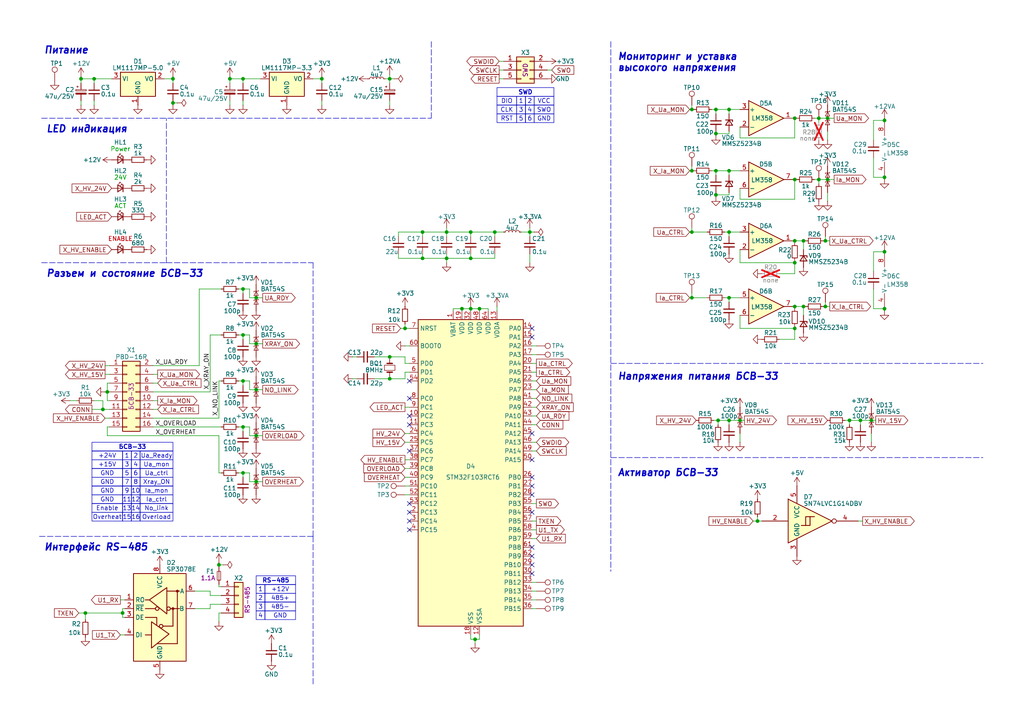
<source format=kicad_sch>
(kicad_sch
	(version 20231120)
	(generator "eeschema")
	(generator_version "8.0")
	(uuid "6c65de10-338a-453a-825b-2efbb4a3a4c6")
	(paper "A4")
	(title_block
		(title "RS485_BSV")
		(rev "1")
		(company "ООО \"Экросхим\"")
		(comment 1 "Антон Мухин")
	)
	
	(junction
		(at 137.795 185.42)
		(diameter 0)
		(color 0 0 0 0)
		(uuid "028f75c9-d258-4904-87ba-7069c7214d14")
	)
	(junction
		(at 233.045 88.9)
		(diameter 0)
		(color 0 0 0 0)
		(uuid "03b4c123-4b85-480d-b7af-984e3d281b4a")
	)
	(junction
		(at 113.03 109.855)
		(diameter 0)
		(color 0 0 0 0)
		(uuid "07d2f221-592d-4fa5-bc0a-5be6a9d64076")
	)
	(junction
		(at 211.455 49.53)
		(diameter 0)
		(color 0 0 0 0)
		(uuid "142f5400-f47f-47e0-95ff-840207fdaa9a")
	)
	(junction
		(at 153.67 67.31)
		(diameter 0)
		(color 0 0 0 0)
		(uuid "1567a187-8bba-4052-b369-9b3cccca3c0c")
	)
	(junction
		(at 113.03 22.86)
		(diameter 0)
		(color 0 0 0 0)
		(uuid "18465d2c-b2f3-4653-8b81-1db6a6c44b37")
	)
	(junction
		(at 230.505 52.07)
		(diameter 0)
		(color 0 0 0 0)
		(uuid "18a7e549-e86e-4e76-846d-76da442098b5")
	)
	(junction
		(at 200.66 86.36)
		(diameter 0)
		(color 0 0 0 0)
		(uuid "1924b925-4fc2-4c56-94b1-d6bd4f288edc")
	)
	(junction
		(at 211.455 86.36)
		(diameter 0)
		(color 0 0 0 0)
		(uuid "1a3a0cbe-399a-4b04-a6c1-2301a8819294")
	)
	(junction
		(at 70.485 22.86)
		(diameter 0)
		(color 0 0 0 0)
		(uuid "1fda85d9-9523-4a24-84ad-7129a5d4dab0")
	)
	(junction
		(at 211.455 121.92)
		(diameter 0)
		(color 0 0 0 0)
		(uuid "201cb554-f15c-4ed6-8800-f665e2a45886")
	)
	(junction
		(at 74.295 126.365)
		(diameter 0)
		(color 0 0 0 0)
		(uuid "2a17aedd-31ad-4930-be04-0e5dd93fdc58")
	)
	(junction
		(at 214.63 121.92)
		(diameter 0)
		(color 0 0 0 0)
		(uuid "2b650fe2-2fcf-4af2-8833-7461857a13eb")
	)
	(junction
		(at 239.395 88.9)
		(diameter 0)
		(color 0 0 0 0)
		(uuid "31d521ae-c6d6-478c-a3fc-a44d3c21bc23")
	)
	(junction
		(at 117.475 95.25)
		(diameter 0)
		(color 0 0 0 0)
		(uuid "32c8fb3e-6757-4004-88a6-eab9fc4c266b")
	)
	(junction
		(at 246.38 121.92)
		(diameter 0)
		(color 0 0 0 0)
		(uuid "387a3d09-4a2d-482d-8fed-8b0509d74470")
	)
	(junction
		(at 27.305 22.86)
		(diameter 0)
		(color 0 0 0 0)
		(uuid "3963be55-fe21-4423-971b-cfd39aaf920f")
	)
	(junction
		(at 74.295 99.695)
		(diameter 0)
		(color 0 0 0 0)
		(uuid "39ad3b18-dabd-4482-8625-2e1970e1c579")
	)
	(junction
		(at 136.525 74.93)
		(diameter 0)
		(color 0 0 0 0)
		(uuid "3a9cc08f-ae2d-48fc-b254-d2db11ef9972")
	)
	(junction
		(at 207.645 38.735)
		(diameter 0)
		(color 0 0 0 0)
		(uuid "41f7dcc6-c779-4f7b-91b5-f127b0734a1d")
	)
	(junction
		(at 207.645 49.53)
		(diameter 0)
		(color 0 0 0 0)
		(uuid "51369cf9-eaff-4b19-8628-56fd7e25c67d")
	)
	(junction
		(at 50.165 29.845)
		(diameter 0)
		(color 0 0 0 0)
		(uuid "525ebe3d-f493-4a52-9ca1-9943a9e6f157")
	)
	(junction
		(at 129.54 67.31)
		(diameter 0)
		(color 0 0 0 0)
		(uuid "5342a01d-1005-4fb1-a972-4610f611c9b7")
	)
	(junction
		(at 70.485 137.16)
		(diameter 0)
		(color 0 0 0 0)
		(uuid "535ad066-6b0e-46e2-8801-214176aa0a5f")
	)
	(junction
		(at 237.49 52.07)
		(diameter 0)
		(color 0 0 0 0)
		(uuid "5373bb7e-624d-4834-961e-74a70b38dd82")
	)
	(junction
		(at 74.295 86.36)
		(diameter 0)
		(color 0 0 0 0)
		(uuid "5a29dc6e-11ad-4d6b-84c0-3c3d383c1aa8")
	)
	(junction
		(at 240.03 52.07)
		(diameter 0)
		(color 0 0 0 0)
		(uuid "6082c125-3945-4596-ae4e-115d5aef4d60")
	)
	(junction
		(at 200.66 31.75)
		(diameter 0)
		(color 0 0 0 0)
		(uuid "63f2b922-6000-41af-9a2f-a6f469b164ae")
	)
	(junction
		(at 230.505 76.2)
		(diameter 0)
		(color 0 0 0 0)
		(uuid "650b11d4-4a51-4648-9063-2f51e5d35028")
	)
	(junction
		(at 70.485 110.49)
		(diameter 0)
		(color 0 0 0 0)
		(uuid "67f54780-34b0-4707-b6d2-06679fa8529f")
	)
	(junction
		(at 207.645 56.515)
		(diameter 0)
		(color 0 0 0 0)
		(uuid "6b43de8d-ca16-47e3-bf60-30d1bb7f10b5")
	)
	(junction
		(at 239.395 69.85)
		(diameter 0)
		(color 0 0 0 0)
		(uuid "786cf15d-4df3-420a-9655-0c7bcbc0748b")
	)
	(junction
		(at 70.485 97.155)
		(diameter 0)
		(color 0 0 0 0)
		(uuid "7d53c3ef-ba5f-43fc-b2f7-56efdf61d9f5")
	)
	(junction
		(at 23.495 22.86)
		(diameter 0)
		(color 0 0 0 0)
		(uuid "832a5b57-9a12-42fb-ab0f-df4a71c69ea8")
	)
	(junction
		(at 240.03 34.29)
		(diameter 0)
		(color 0 0 0 0)
		(uuid "841e06ab-1abb-48de-b8ea-3bdebb0d6a0f")
	)
	(junction
		(at 211.455 31.75)
		(diameter 0)
		(color 0 0 0 0)
		(uuid "88503189-f7fd-4f4d-9c2e-735031abe3fd")
	)
	(junction
		(at 256.54 51.435)
		(diameter 0)
		(color 0 0 0 0)
		(uuid "8c2a2a56-5003-4ced-aec4-4fecbc8a3beb")
	)
	(junction
		(at 136.525 89.535)
		(diameter 0)
		(color 0 0 0 0)
		(uuid "8f86a596-ff74-4806-93b1-b29436112164")
	)
	(junction
		(at 74.295 139.7)
		(diameter 0)
		(color 0 0 0 0)
		(uuid "9022db8d-4b75-4522-9472-750c0ec0164e")
	)
	(junction
		(at 29.845 118.745)
		(diameter 0)
		(color 0 0 0 0)
		(uuid "93d25117-3ffd-4009-93db-427d97203cc7")
	)
	(junction
		(at 208.28 121.92)
		(diameter 0)
		(color 0 0 0 0)
		(uuid "96bdb90e-0ae5-4b55-bbd7-b4b0f5cb1954")
	)
	(junction
		(at 66.675 22.86)
		(diameter 0)
		(color 0 0 0 0)
		(uuid "98a80fd5-ad61-477b-a0b1-ba8de1e33e9a")
	)
	(junction
		(at 139.065 89.535)
		(diameter 0)
		(color 0 0 0 0)
		(uuid "98c818b3-c907-492f-bf54-a5f90559103f")
	)
	(junction
		(at 74.295 113.03)
		(diameter 0)
		(color 0 0 0 0)
		(uuid "9d203400-e902-4760-bb7a-ada64c19b417")
	)
	(junction
		(at 129.54 74.93)
		(diameter 0)
		(color 0 0 0 0)
		(uuid "9d6e2cec-0cc1-4115-9da8-33730489b371")
	)
	(junction
		(at 256.54 89.535)
		(diameter 0)
		(color 0 0 0 0)
		(uuid "9e77e15f-1f60-45f5-9cc0-a733427a6b1c")
	)
	(junction
		(at 256.54 34.925)
		(diameter 0)
		(color 0 0 0 0)
		(uuid "9fc79d65-ce08-4a3b-ad09-4b202bf8ef39")
	)
	(junction
		(at 211.455 67.31)
		(diameter 0)
		(color 0 0 0 0)
		(uuid "a38f550d-8f14-468f-845d-b87b15186dd4")
	)
	(junction
		(at 219.71 151.13)
		(diameter 0)
		(color 0 0 0 0)
		(uuid "a8526302-b825-4b7a-a5fb-4f5e9948dfff")
	)
	(junction
		(at 70.485 123.825)
		(diameter 0)
		(color 0 0 0 0)
		(uuid "a9e8073f-31a6-45fa-b1c5-2d6686822aa2")
	)
	(junction
		(at 230.505 88.9)
		(diameter 0)
		(color 0 0 0 0)
		(uuid "ad1c0991-15b1-471f-8c72-32ea60383613")
	)
	(junction
		(at 122.555 74.93)
		(diameter 0)
		(color 0 0 0 0)
		(uuid "aed9a682-19c4-4da4-8319-d7e2b1c5341d")
	)
	(junction
		(at 70.485 83.82)
		(diameter 0)
		(color 0 0 0 0)
		(uuid "b07be636-9cd6-4689-8a5f-8bee901a1dda")
	)
	(junction
		(at 133.985 89.535)
		(diameter 0)
		(color 0 0 0 0)
		(uuid "b1935ccc-60df-4dc2-bff0-9e97b19f7588")
	)
	(junction
		(at 252.73 121.92)
		(diameter 0)
		(color 0 0 0 0)
		(uuid "b4e62bf5-f9fd-4995-bd1e-13a9dcaa276f")
	)
	(junction
		(at 35.56 177.8)
		(diameter 0)
		(color 0 0 0 0)
		(uuid "b7de33cc-5682-4dfe-a67d-ab598523ae35")
	)
	(junction
		(at 200.66 49.53)
		(diameter 0)
		(color 0 0 0 0)
		(uuid "c001de54-f963-4bbe-a143-8cbf7fb9b02f")
	)
	(junction
		(at 50.165 22.86)
		(diameter 0)
		(color 0 0 0 0)
		(uuid "c4156526-00b3-4594-83fb-a9a66578b3b5")
	)
	(junction
		(at 200.66 67.31)
		(diameter 0)
		(color 0 0 0 0)
		(uuid "c50f2e61-5316-4300-9023-051cd1c70187")
	)
	(junction
		(at 113.03 103.505)
		(diameter 0)
		(color 0 0 0 0)
		(uuid "c80d926e-8b6c-4f76-9994-ddb05aa7c72a")
	)
	(junction
		(at 136.525 67.31)
		(diameter 0)
		(color 0 0 0 0)
		(uuid "c9ea5cbe-0d13-4af9-95ab-000eaf1c7952")
	)
	(junction
		(at 233.045 69.85)
		(diameter 0)
		(color 0 0 0 0)
		(uuid "cb15b7ff-22fe-4181-bbac-9bb9807dab9e")
	)
	(junction
		(at 230.505 34.29)
		(diameter 0)
		(color 0 0 0 0)
		(uuid "cce94616-07be-4230-b67f-01b7b9f2fb38")
	)
	(junction
		(at 230.505 69.85)
		(diameter 0)
		(color 0 0 0 0)
		(uuid "cdce00ae-dbdd-44ad-a5e2-6bb57bcc3eaf")
	)
	(junction
		(at 31.115 113.665)
		(diameter 0)
		(color 0 0 0 0)
		(uuid "cf2bf728-da23-4677-8ce6-6d4845f2a843")
	)
	(junction
		(at 207.645 31.75)
		(diameter 0)
		(color 0 0 0 0)
		(uuid "d535521d-214f-4c03-ac8f-153454fd1ebe")
	)
	(junction
		(at 24.765 177.8)
		(diameter 0)
		(color 0 0 0 0)
		(uuid "d7a8f334-bd8b-4096-b721-5bc833248303")
	)
	(junction
		(at 230.505 95.25)
		(diameter 0)
		(color 0 0 0 0)
		(uuid "dd7016ba-6cb9-44c4-aa5c-98f02041eb6f")
	)
	(junction
		(at 249.555 121.92)
		(diameter 0)
		(color 0 0 0 0)
		(uuid "dded562e-6bd6-4a8f-a0c8-51b88b4f413b")
	)
	(junction
		(at 93.345 22.86)
		(diameter 0)
		(color 0 0 0 0)
		(uuid "e06691ed-a425-4955-8b27-5e0d25eca17f")
	)
	(junction
		(at 143.51 67.31)
		(diameter 0)
		(color 0 0 0 0)
		(uuid "e43ab1a2-4521-41b1-be9a-3c4c2df6ac5d")
	)
	(junction
		(at 63.5 163.83)
		(diameter 0)
		(color 0 0 0 0)
		(uuid "e65fac82-1b6c-47c3-aba0-a897edb9d695")
	)
	(junction
		(at 256.54 73.025)
		(diameter 0)
		(color 0 0 0 0)
		(uuid "f0439937-81fa-4d7e-9f4f-b43961265c2e")
	)
	(junction
		(at 122.555 67.31)
		(diameter 0)
		(color 0 0 0 0)
		(uuid "f5c0138d-f900-4f37-9ef6-cf6157ebb2db")
	)
	(junction
		(at 237.49 34.29)
		(diameter 0)
		(color 0 0 0 0)
		(uuid "fb9d993b-685f-4bca-a7c0-794e76bbe83a")
	)
	(no_connect
		(at 118.745 153.67)
		(uuid "0834aeb8-08ea-4bb3-84ac-18cfcb52ef26")
	)
	(no_connect
		(at 118.745 115.57)
		(uuid "0ad6f0e4-1fa6-48b0-b101-61a95672f9a0")
	)
	(no_connect
		(at 118.745 151.13)
		(uuid "0e7ff874-4a3c-4f53-9566-caec51cc5c73")
	)
	(no_connect
		(at 154.305 143.51)
		(uuid "1168b790-c158-4bc5-b993-0509710be6ae")
	)
	(no_connect
		(at 118.745 148.59)
		(uuid "197854e8-6ac9-4314-b11e-85ce7c1bc8ca")
	)
	(no_connect
		(at 154.305 166.37)
		(uuid "1d029e18-04e6-4b8a-9bbe-04176ae73e7e")
	)
	(no_connect
		(at 154.305 148.59)
		(uuid "27645f68-7a86-4afc-b2ff-5128f78c8db8")
	)
	(no_connect
		(at 118.745 110.49)
		(uuid "2fa91cad-ffd7-475e-aa67-1624066e681f")
	)
	(no_connect
		(at 154.305 125.73)
		(uuid "3b463ab6-f5f9-44b3-a4be-1203881addca")
	)
	(no_connect
		(at 118.745 120.65)
		(uuid "4c434255-1bfc-4a5f-855b-cb23e74a2713")
	)
	(no_connect
		(at 154.305 140.97)
		(uuid "537669dc-1627-4a4f-a7d9-8d0b2c1e5a4a")
	)
	(no_connect
		(at 154.305 97.79)
		(uuid "551972c5-f945-4957-a485-2092100fb9bd")
	)
	(no_connect
		(at 154.305 95.25)
		(uuid "59e286dd-76fb-4f27-adef-7106d187d064")
	)
	(no_connect
		(at 154.305 138.43)
		(uuid "5c7b122d-d5d0-4972-b431-a6cd4a7e25e7")
	)
	(no_connect
		(at 154.305 161.29)
		(uuid "66e0c3fa-4be9-4ccd-b614-d91cb3c22c98")
	)
	(no_connect
		(at 154.305 163.83)
		(uuid "6b369e54-ed59-4e00-9d8e-029d5f39b60e")
	)
	(no_connect
		(at 154.305 133.35)
		(uuid "a805e864-6f13-4e7d-91e3-20fcd73eb516")
	)
	(no_connect
		(at 118.745 146.05)
		(uuid "af9622c2-776d-4a10-aed3-3bb05ae9721e")
	)
	(no_connect
		(at 154.305 158.75)
		(uuid "b693ae24-c993-4031-be2e-e42ffd9571b5")
	)
	(no_connect
		(at 118.745 123.19)
		(uuid "b778fa1e-75ca-480e-954b-7b31b8a6a4d4")
	)
	(no_connect
		(at 118.745 130.81)
		(uuid "e7c56ad5-54fe-4a2e-9d7a-421dfcf281de")
	)
	(wire
		(pts
			(xy 151.13 67.31) (xy 153.67 67.31)
		)
		(stroke
			(width 0)
			(type default)
		)
		(uuid "00ab969e-01c4-4f55-87f9-63185d980561")
	)
	(wire
		(pts
			(xy 122.555 73.66) (xy 122.555 74.93)
		)
		(stroke
			(width 0)
			(type default)
		)
		(uuid "0120f516-63ba-4324-b199-b5702a054add")
	)
	(wire
		(pts
			(xy 230.505 95.25) (xy 230.505 94.615)
		)
		(stroke
			(width 0)
			(type default)
		)
		(uuid "01f14fad-704c-4733-aa2d-7a4a30d7e211")
	)
	(wire
		(pts
			(xy 44.45 113.665) (xy 60.96 113.665)
		)
		(stroke
			(width 0)
			(type default)
		)
		(uuid "02ff17cc-cabb-4a80-a9eb-cc5427d3b016")
	)
	(wire
		(pts
			(xy 207.645 31.75) (xy 211.455 31.75)
		)
		(stroke
			(width 0)
			(type default)
		)
		(uuid "0370a8c5-8b22-42b9-9ebc-c18ba14bd879")
	)
	(wire
		(pts
			(xy 63.5 163.195) (xy 63.5 163.83)
		)
		(stroke
			(width 0)
			(type default)
		)
		(uuid "0397a6ae-d068-4399-985b-046bad321fc9")
	)
	(wire
		(pts
			(xy 214.63 36.83) (xy 214.63 40.005)
		)
		(stroke
			(width 0)
			(type default)
		)
		(uuid "05292d8b-5ead-4a23-bb96-86f795bb9e22")
	)
	(wire
		(pts
			(xy 214.63 91.44) (xy 214.63 95.25)
		)
		(stroke
			(width 0)
			(type default)
		)
		(uuid "062b6249-e3d8-4186-9aaf-4d6f33bb8a15")
	)
	(wire
		(pts
			(xy 24.765 177.8) (xy 35.56 177.8)
		)
		(stroke
			(width 0)
			(type default)
		)
		(uuid "07ca210d-0b0e-4478-85a6-e45d31b2d61e")
	)
	(wire
		(pts
			(xy 206.375 31.75) (xy 207.645 31.75)
		)
		(stroke
			(width 0)
			(type default)
		)
		(uuid "08287f04-c631-4d8b-913f-4538d188032e")
	)
	(wire
		(pts
			(xy 27.305 116.205) (xy 29.845 116.205)
		)
		(stroke
			(width 0)
			(type default)
		)
		(uuid "08b687f4-e738-4a26-8133-719e69c9e5e0")
	)
	(wire
		(pts
			(xy 211.455 31.75) (xy 214.63 31.75)
		)
		(stroke
			(width 0)
			(type default)
		)
		(uuid "09589fb2-fc95-4a9b-b278-e3eca372a352")
	)
	(polyline
		(pts
			(xy 48.26 76.2) (xy 48.26 34.29)
		)
		(stroke
			(width 0)
			(type dash)
		)
		(uuid "098b4abe-6028-4385-93fd-1a4c60fb5f41")
	)
	(wire
		(pts
			(xy 50.165 29.845) (xy 50.165 30.48)
		)
		(stroke
			(width 0)
			(type default)
		)
		(uuid "0c4db5b8-d8e9-4142-b35d-14086770ad0a")
	)
	(wire
		(pts
			(xy 115.57 74.93) (xy 122.555 74.93)
		)
		(stroke
			(width 0)
			(type default)
		)
		(uuid "0d2ff679-8ae8-4bdd-9f5e-ca0628151861")
	)
	(wire
		(pts
			(xy 45.72 108.585) (xy 44.45 108.585)
		)
		(stroke
			(width 0)
			(type default)
		)
		(uuid "0d47c742-759a-4138-a4b7-e3e2dfa17b61")
	)
	(wire
		(pts
			(xy 211.455 121.92) (xy 214.63 121.92)
		)
		(stroke
			(width 0)
			(type default)
		)
		(uuid "0eb65e20-3408-4921-adc2-ca63320d75ac")
	)
	(wire
		(pts
			(xy 214.63 95.25) (xy 230.505 95.25)
		)
		(stroke
			(width 0)
			(type default)
		)
		(uuid "10878638-b768-4f49-b90a-86562b304785")
	)
	(wire
		(pts
			(xy 70.485 83.82) (xy 70.485 85.09)
		)
		(stroke
			(width 0)
			(type default)
		)
		(uuid "109ebf84-39af-40d8-b2b8-902b4510475c")
	)
	(wire
		(pts
			(xy 29.845 116.205) (xy 29.845 118.745)
		)
		(stroke
			(width 0)
			(type default)
		)
		(uuid "116ffab9-c76e-4c64-84a6-f00597755a63")
	)
	(wire
		(pts
			(xy 63.5 137.16) (xy 64.135 137.16)
		)
		(stroke
			(width 0)
			(type default)
		)
		(uuid "123ceee3-aa74-4d8c-a260-a89c875d2d3c")
	)
	(wire
		(pts
			(xy 72.39 137.16) (xy 72.39 139.7)
		)
		(stroke
			(width 0)
			(type default)
		)
		(uuid "126e0a17-6b55-44b1-81cf-06ce515e6879")
	)
	(wire
		(pts
			(xy 129.54 74.93) (xy 136.525 74.93)
		)
		(stroke
			(width 0)
			(type default)
		)
		(uuid "12aa7981-3085-4e9b-86f6-77324a7d76d4")
	)
	(wire
		(pts
			(xy 63.5 126.365) (xy 63.5 137.16)
		)
		(stroke
			(width 0)
			(type default)
		)
		(uuid "15292b7c-784c-472e-8726-336a2f3535eb")
	)
	(wire
		(pts
			(xy 155.575 176.53) (xy 154.305 176.53)
		)
		(stroke
			(width 0)
			(type default)
		)
		(uuid "1542906d-f1fc-4260-97c6-655aa3b982fc")
	)
	(wire
		(pts
			(xy 253.365 89.535) (xy 256.54 89.535)
		)
		(stroke
			(width 0)
			(type default)
		)
		(uuid "15890e58-afed-4e0e-8764-ea9b0c4353be")
	)
	(wire
		(pts
			(xy 256.54 72.39) (xy 256.54 73.025)
		)
		(stroke
			(width 0)
			(type default)
		)
		(uuid "15f3fa0b-7af9-4fa2-a448-18f16d492f05")
	)
	(wire
		(pts
			(xy 136.525 89.535) (xy 136.525 90.17)
		)
		(stroke
			(width 0)
			(type default)
		)
		(uuid "169de1a7-00ef-406a-b7fa-32c8b46ed547")
	)
	(wire
		(pts
			(xy 70.485 83.82) (xy 72.39 83.82)
		)
		(stroke
			(width 0)
			(type default)
		)
		(uuid "16f9da02-648f-41fb-9b93-897054cef84a")
	)
	(wire
		(pts
			(xy 122.555 68.58) (xy 122.555 67.31)
		)
		(stroke
			(width 0)
			(type default)
		)
		(uuid "18f521a5-89f2-48db-a66c-f4e985c507c8")
	)
	(wire
		(pts
			(xy 155.575 130.81) (xy 154.305 130.81)
		)
		(stroke
			(width 0)
			(type default)
		)
		(uuid "1c19cca2-fa12-423a-9bff-ed125c1b5f2d")
	)
	(wire
		(pts
			(xy 117.475 93.98) (xy 117.475 95.25)
		)
		(stroke
			(width 0)
			(type default)
		)
		(uuid "1cdcd346-4185-4320-9335-911a61e0d060")
	)
	(wire
		(pts
			(xy 108.585 103.505) (xy 113.03 103.505)
		)
		(stroke
			(width 0)
			(type default)
		)
		(uuid "1dbb3eee-cb26-4f9c-8410-fff9a1ab7640")
	)
	(wire
		(pts
			(xy 240.03 58.42) (xy 240.03 55.88)
		)
		(stroke
			(width 0)
			(type default)
		)
		(uuid "1e249161-a780-4699-bcf0-9f3b051d5da1")
	)
	(wire
		(pts
			(xy 230.505 52.07) (xy 231.14 52.07)
		)
		(stroke
			(width 0)
			(type default)
		)
		(uuid "1ee53d9e-fb16-4cb0-91a8-ad25e1ec525c")
	)
	(wire
		(pts
			(xy 117.475 140.97) (xy 118.745 140.97)
		)
		(stroke
			(width 0)
			(type default)
		)
		(uuid "20b51dc5-356c-4ec8-b96b-935a6e2a29ef")
	)
	(wire
		(pts
			(xy 44.45 106.045) (xy 57.785 106.045)
		)
		(stroke
			(width 0)
			(type default)
		)
		(uuid "20f2311b-0ea2-448f-91b5-de31e2be8193")
	)
	(wire
		(pts
			(xy 35.56 179.07) (xy 35.56 177.8)
		)
		(stroke
			(width 0)
			(type default)
		)
		(uuid "22d48507-04b2-4c8c-b466-9bf5686dfde7")
	)
	(wire
		(pts
			(xy 214.63 76.2) (xy 230.505 76.2)
		)
		(stroke
			(width 0)
			(type default)
		)
		(uuid "22f19cb0-add3-485a-8760-a6bc353ff6d3")
	)
	(wire
		(pts
			(xy 70.485 97.155) (xy 70.485 98.425)
		)
		(stroke
			(width 0)
			(type default)
		)
		(uuid "246ea579-7ec1-41df-8092-707961c507bc")
	)
	(wire
		(pts
			(xy 141.605 89.535) (xy 139.065 89.535)
		)
		(stroke
			(width 0)
			(type default)
		)
		(uuid "257fad00-78c6-43bf-a1fb-f2a05a440c5d")
	)
	(wire
		(pts
			(xy 35.56 177.8) (xy 35.56 176.53)
		)
		(stroke
			(width 0)
			(type default)
		)
		(uuid "26b3038a-025c-4bf4-935e-1a3ec7a94c9e")
	)
	(wire
		(pts
			(xy 57.785 106.045) (xy 57.785 83.82)
		)
		(stroke
			(width 0)
			(type default)
		)
		(uuid "2774e1f2-cd0a-4ff5-9c9d-c6c527cc4fdb")
	)
	(wire
		(pts
			(xy 229.87 34.29) (xy 230.505 34.29)
		)
		(stroke
			(width 0)
			(type default)
		)
		(uuid "28098d02-115d-44f1-a82d-ce1eb29d50b6")
	)
	(wire
		(pts
			(xy 74.295 139.7) (xy 76.2 139.7)
		)
		(stroke
			(width 0)
			(type default)
		)
		(uuid "282e39d4-1419-4d67-804c-3d536eea48e6")
	)
	(wire
		(pts
			(xy 211.455 49.53) (xy 214.63 49.53)
		)
		(stroke
			(width 0)
			(type default)
		)
		(uuid "283be788-0298-458c-9c22-e88eafbbf37c")
	)
	(wire
		(pts
			(xy 155.575 105.41) (xy 154.305 105.41)
		)
		(stroke
			(width 0)
			(type default)
		)
		(uuid "288c4b13-3e6d-4992-ac08-86d052fbeecc")
	)
	(wire
		(pts
			(xy 117.475 138.43) (xy 118.745 138.43)
		)
		(stroke
			(width 0)
			(type default)
		)
		(uuid "28a8c4f7-7fd3-4bdd-b72d-2e8ead6a510b")
	)
	(wire
		(pts
			(xy 23.495 22.86) (xy 23.495 24.13)
		)
		(stroke
			(width 0)
			(type default)
		)
		(uuid "29477350-ba2d-4101-9b98-0886c6972ee3")
	)
	(wire
		(pts
			(xy 137.795 185.42) (xy 139.065 185.42)
		)
		(stroke
			(width 0)
			(type default)
		)
		(uuid "294c1c53-d512-4124-9a28-dca73b847fed")
	)
	(wire
		(pts
			(xy 63.5 177.8) (xy 63.5 180.34)
		)
		(stroke
			(width 0)
			(type default)
		)
		(uuid "29ab4b1d-41d8-4ed9-ae4f-f8172922f126")
	)
	(wire
		(pts
			(xy 70.485 137.16) (xy 72.39 137.16)
		)
		(stroke
			(width 0)
			(type default)
		)
		(uuid "29ed41a2-2149-423b-af84-ae9bef1b73f3")
	)
	(wire
		(pts
			(xy 252.73 125.73) (xy 252.73 128.27)
		)
		(stroke
			(width 0)
			(type default)
		)
		(uuid "2bbae60c-409f-47e6-b426-68c8cf18393f")
	)
	(polyline
		(pts
			(xy 177.165 105.41) (xy 285.115 105.41)
		)
		(stroke
			(width 0)
			(type dash)
		)
		(uuid "2c572868-fb26-448c-bf29-99582634bd4d")
	)
	(wire
		(pts
			(xy 141.605 90.17) (xy 141.605 89.535)
		)
		(stroke
			(width 0)
			(type default)
		)
		(uuid "2e26ea72-adb4-4c73-a9c4-72efb21129f2")
	)
	(wire
		(pts
			(xy 230.505 79.375) (xy 230.505 76.2)
		)
		(stroke
			(width 0)
			(type default)
		)
		(uuid "2e597503-ffec-4c71-a11b-dc9f874c871d")
	)
	(wire
		(pts
			(xy 207.01 121.92) (xy 208.28 121.92)
		)
		(stroke
			(width 0)
			(type default)
		)
		(uuid "2edde12c-d59f-4b87-b6e7-1d7ef82b75e3")
	)
	(wire
		(pts
			(xy 214.63 72.39) (xy 214.63 76.2)
		)
		(stroke
			(width 0)
			(type default)
		)
		(uuid "2fb6ce58-8e7d-427d-94cb-0de3e3afca39")
	)
	(wire
		(pts
			(xy 240.03 34.29) (xy 241.935 34.29)
		)
		(stroke
			(width 0)
			(type default)
		)
		(uuid "2fbc117e-7528-4692-bd21-b17d414f0af2")
	)
	(wire
		(pts
			(xy 233.045 88.9) (xy 233.68 88.9)
		)
		(stroke
			(width 0)
			(type default)
		)
		(uuid "3089fdfa-8c62-4f87-8d81-4159222c66ce")
	)
	(wire
		(pts
			(xy 239.395 69.85) (xy 240.665 69.85)
		)
		(stroke
			(width 0)
			(type default)
		)
		(uuid "30999ea2-48a3-4a65-850f-1862e2cf1fde")
	)
	(wire
		(pts
			(xy 117.475 109.855) (xy 113.03 109.855)
		)
		(stroke
			(width 0)
			(type default)
		)
		(uuid "30e6e9d1-f6c4-4fe3-954d-930123a182de")
	)
	(wire
		(pts
			(xy 31.115 113.665) (xy 31.75 113.665)
		)
		(stroke
			(width 0)
			(type default)
		)
		(uuid "3134252f-22ab-4706-ad27-e337aeb4e0b8")
	)
	(wire
		(pts
			(xy 207.645 57.15) (xy 207.645 56.515)
		)
		(stroke
			(width 0)
			(type default)
		)
		(uuid "31878509-7cf8-4b47-a6d3-ee7cb3051110")
	)
	(wire
		(pts
			(xy 230.505 69.85) (xy 233.045 69.85)
		)
		(stroke
			(width 0)
			(type default)
		)
		(uuid "320aef2b-8115-4e29-b370-4888f669e126")
	)
	(wire
		(pts
			(xy 45.72 111.125) (xy 44.45 111.125)
		)
		(stroke
			(width 0)
			(type default)
		)
		(uuid "3245758f-651b-444d-b45e-90bf24f3ce83")
	)
	(wire
		(pts
			(xy 200.025 67.31) (xy 200.66 67.31)
		)
		(stroke
			(width 0)
			(type default)
		)
		(uuid "336c1a9c-ad86-4085-b979-fa8e7af73b12")
	)
	(wire
		(pts
			(xy 237.49 34.29) (xy 237.49 35.56)
		)
		(stroke
			(width 0)
			(type default)
		)
		(uuid "33ef101a-850a-41b2-a8ae-ee00b797dffd")
	)
	(wire
		(pts
			(xy 136.525 185.42) (xy 137.795 185.42)
		)
		(stroke
			(width 0)
			(type default)
		)
		(uuid "3431d044-4a42-4082-8ab6-ce4445dff65c")
	)
	(wire
		(pts
			(xy 230.505 88.9) (xy 233.045 88.9)
		)
		(stroke
			(width 0)
			(type default)
		)
		(uuid "357fa9c3-92bd-48a1-879f-694cc27637d5")
	)
	(wire
		(pts
			(xy 155.575 120.65) (xy 154.305 120.65)
		)
		(stroke
			(width 0)
			(type default)
		)
		(uuid "3626f021-d722-45fb-bb0d-585a27f61b87")
	)
	(wire
		(pts
			(xy 113.03 103.505) (xy 113.03 104.14)
		)
		(stroke
			(width 0)
			(type default)
		)
		(uuid "36afa65e-aaed-467f-8eb5-46078f9d8431")
	)
	(wire
		(pts
			(xy 144.145 88.9) (xy 144.145 90.17)
		)
		(stroke
			(width 0)
			(type default)
		)
		(uuid "36defc11-29f9-426e-b687-fcb4f5dcaebd")
	)
	(wire
		(pts
			(xy 207.645 49.53) (xy 211.455 49.53)
		)
		(stroke
			(width 0)
			(type default)
		)
		(uuid "37b2fd00-08ed-417a-8a05-5c2dc578a2ad")
	)
	(wire
		(pts
			(xy 256.54 73.025) (xy 256.54 73.66)
		)
		(stroke
			(width 0)
			(type default)
		)
		(uuid "3845c0e2-4b1c-49dd-921f-23f8fea021ad")
	)
	(wire
		(pts
			(xy 117.475 107.95) (xy 117.475 109.855)
		)
		(stroke
			(width 0)
			(type default)
		)
		(uuid "389ee582-0b07-4a5a-a490-19e14ab1dd42")
	)
	(wire
		(pts
			(xy 219.71 151.13) (xy 220.98 151.13)
		)
		(stroke
			(width 0)
			(type default)
		)
		(uuid "38a3490e-6c79-4f3a-912c-174729d78567")
	)
	(wire
		(pts
			(xy 60.96 113.665) (xy 60.96 97.155)
		)
		(stroke
			(width 0)
			(type default)
		)
		(uuid "3a0700d5-75eb-45ba-9705-693a18f52b5f")
	)
	(wire
		(pts
			(xy 211.455 38.1) (xy 211.455 38.735)
		)
		(stroke
			(width 0)
			(type default)
		)
		(uuid "3a248325-2fb0-4975-a220-09b5117f3a2c")
	)
	(wire
		(pts
			(xy 237.49 52.07) (xy 237.49 53.34)
		)
		(stroke
			(width 0)
			(type default)
		)
		(uuid "3a83bf82-f5c6-457d-80a8-fe8bdfe4313c")
	)
	(wire
		(pts
			(xy 155.575 151.13) (xy 154.305 151.13)
		)
		(stroke
			(width 0)
			(type default)
		)
		(uuid "3af111f2-1320-4e8a-a2b9-fa77ff94adee")
	)
	(wire
		(pts
			(xy 211.455 49.53) (xy 211.455 50.8)
		)
		(stroke
			(width 0)
			(type default)
		)
		(uuid "3b7bd9d0-eb46-475d-92a2-d4b8668b5d84")
	)
	(wire
		(pts
			(xy 211.455 67.31) (xy 214.63 67.31)
		)
		(stroke
			(width 0)
			(type default)
		)
		(uuid "3c858e11-845a-432b-8504-14816f003830")
	)
	(wire
		(pts
			(xy 200.025 31.75) (xy 200.66 31.75)
		)
		(stroke
			(width 0)
			(type default)
		)
		(uuid "3d047e45-0762-4e0f-a655-022a349c3fe1")
	)
	(wire
		(pts
			(xy 253.365 83.82) (xy 253.365 89.535)
		)
		(stroke
			(width 0)
			(type default)
		)
		(uuid "3e7930f5-050c-4b97-9abd-f13e071135b4")
	)
	(wire
		(pts
			(xy 70.485 123.825) (xy 70.485 125.095)
		)
		(stroke
			(width 0)
			(type default)
		)
		(uuid "3f9707de-0277-44de-b34b-8ef5f5792c7b")
	)
	(wire
		(pts
			(xy 70.485 22.86) (xy 75.565 22.86)
		)
		(stroke
			(width 0)
			(type default)
		)
		(uuid "3f9cb76a-2267-44d6-9545-e1568dde90e4")
	)
	(wire
		(pts
			(xy 45.72 118.745) (xy 44.45 118.745)
		)
		(stroke
			(width 0)
			(type default)
		)
		(uuid "3fa7f5ab-7e68-4968-9ebf-2babd438aefe")
	)
	(wire
		(pts
			(xy 30.48 121.285) (xy 31.75 121.285)
		)
		(stroke
			(width 0)
			(type default)
		)
		(uuid "3fb8f159-7f0c-4c6a-a11f-b6a2fcaa96c3")
	)
	(wire
		(pts
			(xy 136.525 67.31) (xy 136.525 68.58)
		)
		(stroke
			(width 0)
			(type default)
		)
		(uuid "3ff66be5-24ea-4167-a6df-b4a2b886dd46")
	)
	(wire
		(pts
			(xy 50.165 22.225) (xy 50.165 22.86)
		)
		(stroke
			(width 0)
			(type default)
		)
		(uuid "405f1fc8-3803-41df-8be6-472c54d228d9")
	)
	(wire
		(pts
			(xy 66.675 29.21) (xy 66.675 30.48)
		)
		(stroke
			(width 0)
			(type default)
		)
		(uuid "4127633f-2b4e-48b4-888f-ec6eb116ffcb")
	)
	(wire
		(pts
			(xy 129.54 67.31) (xy 136.525 67.31)
		)
		(stroke
			(width 0)
			(type default)
		)
		(uuid "434c2c7e-8ae7-422d-a3a2-a6529f214ef7")
	)
	(wire
		(pts
			(xy 115.57 73.66) (xy 115.57 74.93)
		)
		(stroke
			(width 0)
			(type default)
		)
		(uuid "436076e8-1a33-4455-9338-cdf13e2ee2a3")
	)
	(wire
		(pts
			(xy 155.575 146.05) (xy 154.305 146.05)
		)
		(stroke
			(width 0)
			(type default)
		)
		(uuid "43e98e1d-627b-4e12-a0cc-b2e6dbcfeec3")
	)
	(wire
		(pts
			(xy 116.205 95.25) (xy 117.475 95.25)
		)
		(stroke
			(width 0)
			(type default)
		)
		(uuid "44198ad6-4707-4e39-a1fa-3c4f509dd8e3")
	)
	(wire
		(pts
			(xy 57.785 83.82) (xy 64.135 83.82)
		)
		(stroke
			(width 0)
			(type default)
		)
		(uuid "44a9906e-0fa8-4a6b-a9f5-db31672d35a2")
	)
	(wire
		(pts
			(xy 256.54 89.535) (xy 256.54 88.9)
		)
		(stroke
			(width 0)
			(type default)
		)
		(uuid "45358f9e-466d-4968-ad42-ac36120054c9")
	)
	(wire
		(pts
			(xy 229.87 52.07) (xy 230.505 52.07)
		)
		(stroke
			(width 0)
			(type default)
		)
		(uuid "4579bc35-f63a-4d08-8a46-0fa55385c310")
	)
	(wire
		(pts
			(xy 60.96 171.45) (xy 56.515 171.45)
		)
		(stroke
			(width 0)
			(type default)
		)
		(uuid "45851636-3826-4b32-873d-f408b303e837")
	)
	(wire
		(pts
			(xy 211.455 121.92) (xy 211.455 123.19)
		)
		(stroke
			(width 0)
			(type default)
		)
		(uuid "4646e1e9-09ac-4094-8a0c-31d3f9d6c6ca")
	)
	(wire
		(pts
			(xy 211.455 67.31) (xy 211.455 68.58)
		)
		(stroke
			(width 0)
			(type default)
		)
		(uuid "467b3ba2-7ac6-4c38-8af8-12b99ec77965")
	)
	(wire
		(pts
			(xy 117.475 105.41) (xy 117.475 103.505)
		)
		(stroke
			(width 0)
			(type default)
		)
		(uuid "4763563c-c8b3-4e0c-8bf4-4d9a79674d13")
	)
	(wire
		(pts
			(xy 229.87 88.9) (xy 230.505 88.9)
		)
		(stroke
			(width 0)
			(type default)
		)
		(uuid "477261df-c6cb-4bbf-b35c-9a7ac4514e37")
	)
	(wire
		(pts
			(xy 27.305 29.21) (xy 27.305 30.48)
		)
		(stroke
			(width 0)
			(type default)
		)
		(uuid "47d76363-4b09-41f9-8462-c23d5e2ea01c")
	)
	(wire
		(pts
			(xy 230.505 69.85) (xy 230.505 70.485)
		)
		(stroke
			(width 0)
			(type default)
		)
		(uuid "47f47786-b94c-4c79-80e7-90b2785cd67a")
	)
	(wire
		(pts
			(xy 117.475 143.51) (xy 118.745 143.51)
		)
		(stroke
			(width 0)
			(type default)
		)
		(uuid "48458cf7-2f4b-4ea1-8f09-005728b07166")
	)
	(wire
		(pts
			(xy 31.115 126.365) (xy 63.5 126.365)
		)
		(stroke
			(width 0)
			(type default)
		)
		(uuid "49062658-0ece-440f-bd23-b6051fc4a04b")
	)
	(wire
		(pts
			(xy 139.065 89.535) (xy 139.065 90.17)
		)
		(stroke
			(width 0)
			(type default)
		)
		(uuid "4924dcca-4e49-4602-b164-890b5f1a8147")
	)
	(wire
		(pts
			(xy 143.51 67.31) (xy 146.05 67.31)
		)
		(stroke
			(width 0)
			(type default)
		)
		(uuid "4b1c8ad5-e9d6-49cf-ba0d-2cc27bfa567c")
	)
	(wire
		(pts
			(xy 24.765 177.8) (xy 24.765 179.705)
		)
		(stroke
			(width 0)
			(type default)
		)
		(uuid "4c8f2735-0a5d-4f74-8ab0-060ef8618276")
	)
	(wire
		(pts
			(xy 230.505 57.785) (xy 230.505 52.07)
		)
		(stroke
			(width 0)
			(type default)
		)
		(uuid "4cfd96c1-1232-4c47-8839-0db1f4f587da")
	)
	(wire
		(pts
			(xy 34.925 184.15) (xy 36.195 184.15)
		)
		(stroke
			(width 0)
			(type default)
		)
		(uuid "4d0e9eca-f909-4d51-ace3-2e44406d477e")
	)
	(wire
		(pts
			(xy 74.295 86.36) (xy 76.2 86.36)
		)
		(stroke
			(width 0)
			(type default)
		)
		(uuid "4f0ee174-0796-47f7-98d3-0cc809dff7d0")
	)
	(wire
		(pts
			(xy 31.115 111.125) (xy 31.115 113.665)
		)
		(stroke
			(width 0)
			(type default)
		)
		(uuid "4f3e722f-5229-434b-91ec-eb65cfaa254f")
	)
	(wire
		(pts
			(xy 117.475 135.89) (xy 118.745 135.89)
		)
		(stroke
			(width 0)
			(type default)
		)
		(uuid "4f42b17d-4e36-46df-be16-4a783e530eb4")
	)
	(polyline
		(pts
			(xy 12.065 76.2) (xy 48.26 76.2)
		)
		(stroke
			(width 0)
			(type dash)
		)
		(uuid "518df918-351f-43c1-8ba3-833e66e9fe41")
	)
	(wire
		(pts
			(xy 237.49 34.29) (xy 240.03 34.29)
		)
		(stroke
			(width 0)
			(type default)
		)
		(uuid "534ef484-e57f-4c41-834e-8c00803c9b8e")
	)
	(wire
		(pts
			(xy 117.475 133.35) (xy 118.745 133.35)
		)
		(stroke
			(width 0)
			(type default)
		)
		(uuid "543ed86d-1f2e-4065-943e-062d474e22e0")
	)
	(wire
		(pts
			(xy 155.575 107.95) (xy 154.305 107.95)
		)
		(stroke
			(width 0)
			(type default)
		)
		(uuid "545aed36-e080-4d67-8b9f-56b22e968de3")
	)
	(wire
		(pts
			(xy 23.495 29.21) (xy 23.495 30.48)
		)
		(stroke
			(width 0)
			(type default)
		)
		(uuid "54f48156-f5c5-462a-afce-837484d58336")
	)
	(polyline
		(pts
			(xy 177.165 12.065) (xy 177.165 165.735)
		)
		(stroke
			(width 0)
			(type dash)
		)
		(uuid "5777051b-eb00-4886-bad9-6bc98cac7c68")
	)
	(polyline
		(pts
			(xy 177.165 132.715) (xy 285.115 132.715)
		)
		(stroke
			(width 0)
			(type dash)
		)
		(uuid "584810c5-a0b5-42cc-91cb-e9bb1b8fe80d")
	)
	(wire
		(pts
			(xy 22.86 177.8) (xy 24.765 177.8)
		)
		(stroke
			(width 0)
			(type default)
		)
		(uuid "595b327d-f7eb-49d4-97f4-76660524596e")
	)
	(wire
		(pts
			(xy 214.63 40.005) (xy 230.505 40.005)
		)
		(stroke
			(width 0)
			(type default)
		)
		(uuid "599e5b63-3184-4ae0-988d-e63377af5521")
	)
	(wire
		(pts
			(xy 211.455 31.75) (xy 211.455 33.02)
		)
		(stroke
			(width 0)
			(type default)
		)
		(uuid "59d35ac0-18b0-4e28-972d-ec5f00b48b90")
	)
	(wire
		(pts
			(xy 66.675 22.86) (xy 70.485 22.86)
		)
		(stroke
			(width 0)
			(type default)
		)
		(uuid "5a6c482f-6dec-474e-b953-9e5ac277e666")
	)
	(wire
		(pts
			(xy 50.165 22.86) (xy 50.165 24.13)
		)
		(stroke
			(width 0)
			(type default)
		)
		(uuid "5a713af7-24ca-4e06-8559-aa7b62b20af2")
	)
	(wire
		(pts
			(xy 256.54 90.17) (xy 256.54 89.535)
		)
		(stroke
			(width 0)
			(type default)
		)
		(uuid "5aeed5ae-5d50-4b3d-85ba-83ea314d6315")
	)
	(wire
		(pts
			(xy 69.215 83.82) (xy 70.485 83.82)
		)
		(stroke
			(width 0)
			(type default)
		)
		(uuid "5c7b0d04-1f63-49ac-8d65-5a54acee3cae")
	)
	(wire
		(pts
			(xy 230.505 98.425) (xy 230.505 95.25)
		)
		(stroke
			(width 0)
			(type default)
		)
		(uuid "5ca6832a-16f0-4cf6-88d3-351330757881")
	)
	(wire
		(pts
			(xy 29.845 118.745) (xy 31.75 118.745)
		)
		(stroke
			(width 0)
			(type default)
		)
		(uuid "5cc5bbcc-2265-4080-a7a6-54778bec7afa")
	)
	(wire
		(pts
			(xy 210.185 67.31) (xy 211.455 67.31)
		)
		(stroke
			(width 0)
			(type default)
		)
		(uuid "5ce07929-2e62-4b7b-b301-0a5d5077dc60")
	)
	(wire
		(pts
			(xy 210.185 86.36) (xy 211.455 86.36)
		)
		(stroke
			(width 0)
			(type default)
		)
		(uuid "5d16ad16-7444-4b24-92a2-265411d67b3f")
	)
	(wire
		(pts
			(xy 35.56 176.53) (xy 36.195 176.53)
		)
		(stroke
			(width 0)
			(type default)
		)
		(uuid "5eaa968b-7fa3-4ccd-a07f-55d66a721ad7")
	)
	(wire
		(pts
			(xy 64.135 177.8) (xy 63.5 177.8)
		)
		(stroke
			(width 0)
			(type default)
		)
		(uuid "5eea3b24-38a7-40d0-8fe7-64899bc7bce6")
	)
	(wire
		(pts
			(xy 66.675 22.225) (xy 66.675 22.86)
		)
		(stroke
			(width 0)
			(type default)
		)
		(uuid "6168fb25-51c6-482b-a1af-7678e0299146")
	)
	(wire
		(pts
			(xy 233.045 69.85) (xy 233.045 72.39)
		)
		(stroke
			(width 0)
			(type default)
		)
		(uuid "61ce6067-f3a5-41b7-8201-f673fe97c63c")
	)
	(wire
		(pts
			(xy 208.28 121.92) (xy 211.455 121.92)
		)
		(stroke
			(width 0)
			(type default)
		)
		(uuid "61d19e82-ff29-4b4f-aeb7-9b241d5d5572")
	)
	(wire
		(pts
			(xy 26.67 118.745) (xy 29.845 118.745)
		)
		(stroke
			(width 0)
			(type default)
		)
		(uuid "61f2ceb5-0a1f-4a36-ad68-8b76ff5b12d6")
	)
	(wire
		(pts
			(xy 133.985 89.535) (xy 136.525 89.535)
		)
		(stroke
			(width 0)
			(type default)
		)
		(uuid "62dcb93a-9e5a-4711-9ca6-c6a6b7e02fa3")
	)
	(wire
		(pts
			(xy 230.505 40.005) (xy 230.505 34.29)
		)
		(stroke
			(width 0)
			(type default)
		)
		(uuid "62e90d70-7114-43a1-9849-c4aa114e743e")
	)
	(wire
		(pts
			(xy 154.305 123.19) (xy 155.575 123.19)
		)
		(stroke
			(width 0)
			(type default)
		)
		(uuid "63580d9b-1dc6-4536-8e32-68e93e9a3526")
	)
	(wire
		(pts
			(xy 66.675 22.86) (xy 66.675 24.13)
		)
		(stroke
			(width 0)
			(type default)
		)
		(uuid "63929f55-c5bc-43ee-b383-d5dd9b98ab47")
	)
	(polyline
		(pts
			(xy 48.26 76.2) (xy 90.805 76.2)
		)
		(stroke
			(width 0)
			(type dash)
		)
		(uuid "63a00287-40bb-4c13-a092-916f0e9ed320")
	)
	(wire
		(pts
			(xy 219.71 149.86) (xy 219.71 151.13)
		)
		(stroke
			(width 0)
			(type default)
		)
		(uuid "63b92061-f9c5-49e7-8f2d-e47df135eb58")
	)
	(wire
		(pts
			(xy 200.66 66.04) (xy 200.66 67.31)
		)
		(stroke
			(width 0)
			(type default)
		)
		(uuid "6552bdb6-ff1d-4434-ac12-596ab2c9d421")
	)
	(wire
		(pts
			(xy 129.54 74.93) (xy 129.54 76.2)
		)
		(stroke
			(width 0)
			(type default)
		)
		(uuid "65bd03f9-5879-4de9-a6ca-444babbb7b77")
	)
	(wire
		(pts
			(xy 136.525 184.15) (xy 136.525 185.42)
		)
		(stroke
			(width 0)
			(type default)
		)
		(uuid "662b6f59-2f59-4463-b6d8-d6dae922be71")
	)
	(wire
		(pts
			(xy 214.63 57.785) (xy 230.505 57.785)
		)
		(stroke
			(width 0)
			(type default)
		)
		(uuid "6771574d-83d6-4075-acd6-a1b557231422")
	)
	(wire
		(pts
			(xy 238.76 69.85) (xy 239.395 69.85)
		)
		(stroke
			(width 0)
			(type default)
		)
		(uuid "67efc3d5-6e89-4172-9e38-d7a149c5df42")
	)
	(wire
		(pts
			(xy 237.49 52.07) (xy 240.03 52.07)
		)
		(stroke
			(width 0)
			(type default)
		)
		(uuid "682f2f0d-b42d-415e-9b5c-fe6c37f38f93")
	)
	(wire
		(pts
			(xy 253.365 73.025) (xy 256.54 73.025)
		)
		(stroke
			(width 0)
			(type default)
		)
		(uuid "68f22a08-a92c-44f2-b3fe-e28752951ce1")
	)
	(wire
		(pts
			(xy 253.365 40.64) (xy 253.365 34.925)
		)
		(stroke
			(width 0)
			(type default)
		)
		(uuid "69f42c12-4cab-44b7-9bc7-98cbdbf54133")
	)
	(wire
		(pts
			(xy 117.475 125.73) (xy 118.745 125.73)
		)
		(stroke
			(width 0)
			(type default)
		)
		(uuid "6a42f876-6c86-4e29-b251-4e6de97fbb3b")
	)
	(wire
		(pts
			(xy 60.96 172.72) (xy 60.96 171.45)
		)
		(stroke
			(width 0)
			(type default)
		)
		(uuid "6aa60ff3-c397-418a-85c2-9740c746cdfc")
	)
	(wire
		(pts
			(xy 153.67 67.31) (xy 153.67 68.58)
		)
		(stroke
			(width 0)
			(type default)
		)
		(uuid "6b4b33fa-3897-4975-80b2-a76b5f4e9601")
	)
	(wire
		(pts
			(xy 72.39 113.03) (xy 74.295 113.03)
		)
		(stroke
			(width 0)
			(type default)
		)
		(uuid "6c0cf430-cc6a-4df9-af6f-4ab0db903bc9")
	)
	(wire
		(pts
			(xy 136.525 67.31) (xy 143.51 67.31)
		)
		(stroke
			(width 0)
			(type default)
		)
		(uuid "6cdc5052-f493-476d-b875-c324a995d250")
	)
	(wire
		(pts
			(xy 155.575 118.11) (xy 154.305 118.11)
		)
		(stroke
			(width 0)
			(type default)
		)
		(uuid "6d4488a9-c091-4f54-8d80-0547589c308d")
	)
	(wire
		(pts
			(xy 27.305 22.86) (xy 27.305 24.13)
		)
		(stroke
			(width 0)
			(type default)
		)
		(uuid "6e1d38e5-f108-4f20-9306-189824015f54")
	)
	(wire
		(pts
			(xy 64.135 175.26) (xy 60.96 175.26)
		)
		(stroke
			(width 0)
			(type default)
		)
		(uuid "6fdaf564-28c1-4f12-b4c7-1bbc55ae0651")
	)
	(wire
		(pts
			(xy 144.78 22.86) (xy 146.05 22.86)
		)
		(stroke
			(width 0)
			(type default)
		)
		(uuid "70f6b2e5-e6c8-4e74-9f86-1455af68b125")
	)
	(wire
		(pts
			(xy 246.38 121.92) (xy 249.555 121.92)
		)
		(stroke
			(width 0)
			(type default)
		)
		(uuid "7151cb84-7698-419b-9b63-6e400a5760bc")
	)
	(wire
		(pts
			(xy 44.45 121.285) (xy 63.5 121.285)
		)
		(stroke
			(width 0)
			(type default)
		)
		(uuid "717bdc0a-35b3-481a-a5e8-37401a360ed6")
	)
	(wire
		(pts
			(xy 143.51 74.93) (xy 136.525 74.93)
		)
		(stroke
			(width 0)
			(type default)
		)
		(uuid "726174b1-fa69-44bb-97ef-dba00cfe3485")
	)
	(wire
		(pts
			(xy 93.345 22.225) (xy 93.345 22.86)
		)
		(stroke
			(width 0)
			(type default)
		)
		(uuid "74ae7b38-ad23-4fe1-b91e-72ef46d7711b")
	)
	(wire
		(pts
			(xy 230.505 88.9) (xy 230.505 89.535)
		)
		(stroke
			(width 0)
			(type default)
		)
		(uuid "74fc2a67-40cc-4b39-beb6-f73fa5d551b2")
	)
	(wire
		(pts
			(xy 27.305 22.86) (xy 32.385 22.86)
		)
		(stroke
			(width 0)
			(type default)
		)
		(uuid "754f1186-bde7-490b-9e92-83b0a5eaf3f8")
	)
	(wire
		(pts
			(xy 117.475 103.505) (xy 113.03 103.505)
		)
		(stroke
			(width 0)
			(type default)
		)
		(uuid "7567d7b2-3a84-40c2-8587-9dd1a31a65ca")
	)
	(wire
		(pts
			(xy 51.435 29.845) (xy 50.165 29.845)
		)
		(stroke
			(width 0)
			(type default)
		)
		(uuid "75bfb79e-acca-4c85-b22c-ee3997fe0b07")
	)
	(wire
		(pts
			(xy 72.39 110.49) (xy 72.39 113.03)
		)
		(stroke
			(width 0)
			(type default)
		)
		(uuid "7689b993-338d-4cf4-b2a9-e058a6bd9903")
	)
	(wire
		(pts
			(xy 155.575 102.87) (xy 154.305 102.87)
		)
		(stroke
			(width 0)
			(type default)
		)
		(uuid "770689a8-9007-4c85-b6ae-09b11f3e6e17")
	)
	(wire
		(pts
			(xy 226.06 79.375) (xy 230.505 79.375)
		)
		(stroke
			(width 0)
			(type default)
		)
		(uuid "77246896-55a7-4c21-84a0-2785f21b1676")
	)
	(wire
		(pts
			(xy 253.365 34.925) (xy 256.54 34.925)
		)
		(stroke
			(width 0)
			(type default)
		)
		(uuid "774a4af8-c90c-47d7-8a79-a5e178680998")
	)
	(wire
		(pts
			(xy 31.75 111.125) (xy 31.115 111.125)
		)
		(stroke
			(width 0)
			(type default)
		)
		(uuid "77e58e46-2a57-4ab9-871e-a3f34200a2e7")
	)
	(wire
		(pts
			(xy 113.03 109.855) (xy 113.03 109.22)
		)
		(stroke
			(width 0)
			(type default)
		)
		(uuid "7923edcf-79b0-467f-b689-116fb69a2219")
	)
	(wire
		(pts
			(xy 239.395 88.9) (xy 240.665 88.9)
		)
		(stroke
			(width 0)
			(type default)
		)
		(uuid "79315024-cf41-473c-a0ca-1dd14cc1557a")
	)
	(wire
		(pts
			(xy 155.575 100.33) (xy 154.305 100.33)
		)
		(stroke
			(width 0)
			(type default)
		)
		(uuid "7983bf53-dfed-47f2-8e72-22df018feb69")
	)
	(wire
		(pts
			(xy 256.54 51.435) (xy 256.54 50.8)
		)
		(stroke
			(width 0)
			(type default)
		)
		(uuid "79894bbe-4a42-4fc8-8308-5fe81db3af66")
	)
	(wire
		(pts
			(xy 211.455 86.36) (xy 211.455 87.63)
		)
		(stroke
			(width 0)
			(type default)
		)
		(uuid "7bb70767-fa98-4e8d-9fcd-07c9a56629a3")
	)
	(wire
		(pts
			(xy 137.795 185.42) (xy 137.795 186.69)
		)
		(stroke
			(width 0)
			(type default)
		)
		(uuid "7c186d42-c4f7-4e46-a0ed-de0ec3040def")
	)
	(wire
		(pts
			(xy 113.03 30.48) (xy 113.03 29.21)
		)
		(stroke
			(width 0)
			(type default)
		)
		(uuid "7c835c20-2ccc-410b-9b7c-3508ebbb7417")
	)
	(wire
		(pts
			(xy 236.22 34.29) (xy 237.49 34.29)
		)
		(stroke
			(width 0)
			(type default)
		)
		(uuid "7d29453e-b978-4f86-9710-1f8959b9d99c")
	)
	(wire
		(pts
			(xy 115.57 67.31) (xy 122.555 67.31)
		)
		(stroke
			(width 0)
			(type default)
		)
		(uuid "7dad14bf-7faa-4b4f-be81-7b9410168bc7")
	)
	(wire
		(pts
			(xy 74.295 99.695) (xy 76.2 99.695)
		)
		(stroke
			(width 0)
			(type default)
		)
		(uuid "800cad31-24c7-4dbc-8564-8732ccde8423")
	)
	(wire
		(pts
			(xy 206.375 49.53) (xy 207.645 49.53)
		)
		(stroke
			(width 0)
			(type default)
		)
		(uuid "80ff83cb-0d59-4ff5-88d0-92cda69f2219")
	)
	(wire
		(pts
			(xy 64.77 163.83) (xy 63.5 163.83)
		)
		(stroke
			(width 0)
			(type default)
		)
		(uuid "8531ba28-5d1d-402d-a0dd-81da437c8f10")
	)
	(wire
		(pts
			(xy 240.03 40.64) (xy 240.03 38.1)
		)
		(stroke
			(width 0)
			(type default)
		)
		(uuid "8635ad2f-c607-4d79-81ea-e59cea10b6bf")
	)
	(wire
		(pts
			(xy 122.555 67.31) (xy 129.54 67.31)
		)
		(stroke
			(width 0)
			(type default)
		)
		(uuid "86ddb51e-7eb3-40c7-b336-094997b2d7b6")
	)
	(wire
		(pts
			(xy 63.5 170.18) (xy 63.5 169.545)
		)
		(stroke
			(width 0)
			(type default)
		)
		(uuid "892999ef-45e6-4b2b-8f9d-889eaa10805f")
	)
	(wire
		(pts
			(xy 70.485 29.21) (xy 70.485 30.48)
		)
		(stroke
			(width 0)
			(type default)
		)
		(uuid "8af6902a-3eec-4605-b4dc-1230078d6a1c")
	)
	(wire
		(pts
			(xy 214.63 54.61) (xy 214.63 57.785)
		)
		(stroke
			(width 0)
			(type default)
		)
		(uuid "8c4709ec-3c6d-4685-9231-a87fa6df42d9")
	)
	(wire
		(pts
			(xy 200.025 86.36) (xy 200.66 86.36)
		)
		(stroke
			(width 0)
			(type default)
		)
		(uuid "8c777f92-e8ea-435c-b46b-4f4f6a538fb9")
	)
	(wire
		(pts
			(xy 249.555 121.92) (xy 252.73 121.92)
		)
		(stroke
			(width 0)
			(type default)
		)
		(uuid "8ca90886-5b82-4f67-bc6c-a7f25797d587")
	)
	(wire
		(pts
			(xy 122.555 74.93) (xy 129.54 74.93)
		)
		(stroke
			(width 0)
			(type default)
		)
		(uuid "8cd34a9c-b9d9-4042-8775-9b5fdc40888f")
	)
	(polyline
		(pts
			(xy 12.065 34.29) (xy 125.095 34.29)
		)
		(stroke
			(width 0)
			(type dash)
		)
		(uuid "8cdeea59-69e9-406f-8e52-aab2e0cd13e2")
	)
	(wire
		(pts
			(xy 200.025 49.53) (xy 200.66 49.53)
		)
		(stroke
			(width 0)
			(type default)
		)
		(uuid "8d045af1-e5f0-4c57-8ace-666b271b1f9e")
	)
	(wire
		(pts
			(xy 256.54 52.07) (xy 256.54 51.435)
		)
		(stroke
			(width 0)
			(type default)
		)
		(uuid "8f710e71-d957-4cb6-9f2a-7b40ed38fc79")
	)
	(wire
		(pts
			(xy 93.345 29.21) (xy 93.345 30.48)
		)
		(stroke
			(width 0)
			(type default)
		)
		(uuid "8fd60d4a-7cdf-467e-87af-88f2faaaf72b")
	)
	(polyline
		(pts
			(xy 125.095 12.065) (xy 125.095 34.29)
		)
		(stroke
			(width 0)
			(type dash)
		)
		(uuid "91083e9f-f526-4275-a3f8-958d6db62c99")
	)
	(wire
		(pts
			(xy 211.455 38.735) (xy 207.645 38.735)
		)
		(stroke
			(width 0)
			(type default)
		)
		(uuid "921c33f2-f412-4fb2-ad12-93902094ef06")
	)
	(wire
		(pts
			(xy 60.96 175.26) (xy 60.96 176.53)
		)
		(stroke
			(width 0)
			(type default)
		)
		(uuid "928ca7b2-39a8-4510-9186-e20eaef92ff8")
	)
	(wire
		(pts
			(xy 60.96 97.155) (xy 64.135 97.155)
		)
		(stroke
			(width 0)
			(type default)
		)
		(uuid "941228af-a63d-4785-966c-5c369b3cc37f")
	)
	(wire
		(pts
			(xy 90.805 22.86) (xy 93.345 22.86)
		)
		(stroke
			(width 0)
			(type default)
		)
		(uuid "9431a207-e6de-4b49-8250-e0d318613a87")
	)
	(wire
		(pts
			(xy 218.44 151.13) (xy 219.71 151.13)
		)
		(stroke
			(width 0)
			(type default)
		)
		(uuid "9431bb8f-672a-4dc1-82be-c0c6934779f5")
	)
	(wire
		(pts
			(xy 31.115 123.825) (xy 31.75 123.825)
		)
		(stroke
			(width 0)
			(type default)
		)
		(uuid "955985ee-a0e3-4190-8b37-80071c6c30d0")
	)
	(wire
		(pts
			(xy 211.455 55.88) (xy 211.455 56.515)
		)
		(stroke
			(width 0)
			(type default)
		)
		(uuid "97352922-4ef4-4ae0-b735-28a7af1361f5")
	)
	(wire
		(pts
			(xy 229.87 69.85) (xy 230.505 69.85)
		)
		(stroke
			(width 0)
			(type default)
		)
		(uuid "98671aa8-14c2-4470-9a1f-03461c037e64")
	)
	(wire
		(pts
			(xy 74.295 126.365) (xy 76.2 126.365)
		)
		(stroke
			(width 0)
			(type default)
		)
		(uuid "988b9f46-eea6-4f4f-8184-fbfd7f5707bc")
	)
	(wire
		(pts
			(xy 131.445 90.17) (xy 131.445 89.535)
		)
		(stroke
			(width 0)
			(type default)
		)
		(uuid "98c32aed-aea8-4e4b-a44b-b9cbe7a913b6")
	)
	(polyline
		(pts
			(xy 90.805 155.575) (xy 90.805 198.755)
		)
		(stroke
			(width 0)
			(type dash)
		)
		(uuid "9a4d8d16-de5c-468a-bbe6-3724f491ab59")
	)
	(wire
		(pts
			(xy 253.365 78.74) (xy 253.365 73.025)
		)
		(stroke
			(width 0)
			(type default)
		)
		(uuid "9b7f8584-d431-411c-bee5-99920a818133")
	)
	(wire
		(pts
			(xy 248.92 151.13) (xy 250.19 151.13)
		)
		(stroke
			(width 0)
			(type default)
		)
		(uuid "9c394110-cbc8-40e9-ac9b-56662f693d6c")
	)
	(wire
		(pts
			(xy 118.745 105.41) (xy 117.475 105.41)
		)
		(stroke
			(width 0)
			(type default)
		)
		(uuid "9ce7ab8b-3ac9-415d-84a8-bbd548ee8a41")
	)
	(wire
		(pts
			(xy 47.625 22.86) (xy 50.165 22.86)
		)
		(stroke
			(width 0)
			(type default)
		)
		(uuid "9d008221-8568-4a3c-903a-e24e49aa3b93")
	)
	(wire
		(pts
			(xy 31.115 113.665) (xy 31.115 116.205)
		)
		(stroke
			(width 0)
			(type default)
		)
		(uuid "9d6e0256-3aab-4d58-955c-339966661561")
	)
	(wire
		(pts
			(xy 207.645 31.75) (xy 207.645 33.02)
		)
		(stroke
			(width 0)
			(type default)
		)
		(uuid "9d81de9e-6f2b-4c6c-ae83-8b9b836f4557")
	)
	(wire
		(pts
			(xy 240.03 52.07) (xy 241.935 52.07)
		)
		(stroke
			(width 0)
			(type default)
		)
		(uuid "9eb87462-fc80-49ac-a267-810ab5a24cca")
	)
	(wire
		(pts
			(xy 200.66 85.09) (xy 200.66 86.36)
		)
		(stroke
			(width 0)
			(type default)
		)
		(uuid "9f574005-8d5c-4bf4-b732-e4052b5f36bf")
	)
	(wire
		(pts
			(xy 207.645 49.53) (xy 207.645 50.8)
		)
		(stroke
			(width 0)
			(type default)
		)
		(uuid "9fe28a26-6c1d-4982-91bd-ed5c3c1ced58")
	)
	(wire
		(pts
			(xy 230.505 76.2) (xy 230.505 75.565)
		)
		(stroke
			(width 0)
			(type default)
		)
		(uuid "a257731b-d9a5-4f36-bb9b-36dcb3327e52")
	)
	(wire
		(pts
			(xy 74.295 113.03) (xy 76.2 113.03)
		)
		(stroke
			(width 0)
			(type default)
		)
		(uuid "a346d19a-b485-48c8-9806-4904b3609964")
	)
	(wire
		(pts
			(xy 113.03 22.86) (xy 114.3 22.86)
		)
		(stroke
			(width 0)
			(type default)
		)
		(uuid "a3e7adf3-4f18-4893-8aed-5afe5a174205")
	)
	(wire
		(pts
			(xy 155.575 128.27) (xy 154.305 128.27)
		)
		(stroke
			(width 0)
			(type default)
		)
		(uuid "a55d5f81-399c-45c3-a62b-5f2422607b10")
	)
	(wire
		(pts
			(xy 129.54 73.66) (xy 129.54 74.93)
		)
		(stroke
			(width 0)
			(type default)
		)
		(uuid "a64e5690-a648-4595-a65f-f09f1e1b8f35")
	)
	(wire
		(pts
			(xy 70.485 22.86) (xy 70.485 24.13)
		)
		(stroke
			(width 0)
			(type default)
		)
		(uuid "a68e677a-c72a-4a79-8ccf-7cb88f1c6502")
	)
	(wire
		(pts
			(xy 155.575 153.67) (xy 154.305 153.67)
		)
		(stroke
			(width 0)
			(type default)
		)
		(uuid "a8cc253c-f411-4faf-b5cd-b6801b848639")
	)
	(wire
		(pts
			(xy 93.345 22.86) (xy 93.345 24.13)
		)
		(stroke
			(width 0)
			(type default)
		)
		(uuid "a8e36373-53a2-4cec-a1b6-b2a9a3e08d9e")
	)
	(wire
		(pts
			(xy 139.065 185.42) (xy 139.065 184.15)
		)
		(stroke
			(width 0)
			(type default)
		)
		(uuid "a98f401c-3cc3-408c-858d-6753e595d7f1")
	)
	(wire
		(pts
			(xy 230.505 34.29) (xy 231.14 34.29)
		)
		(stroke
			(width 0)
			(type default)
		)
		(uuid "a9b6a107-1054-434f-866a-bee9063923e8")
	)
	(wire
		(pts
			(xy 117.475 128.27) (xy 118.745 128.27)
		)
		(stroke
			(width 0)
			(type default)
		)
		(uuid "abebff79-5736-4612-ae4b-9f9a1d3c35dd")
	)
	(wire
		(pts
			(xy 207.645 38.735) (xy 207.645 38.1)
		)
		(stroke
			(width 0)
			(type default)
		)
		(uuid "ac8b89b8-555f-4c0d-9943-8d030f3cd94e")
	)
	(wire
		(pts
			(xy 30.48 106.045) (xy 31.75 106.045)
		)
		(stroke
			(width 0)
			(type default)
		)
		(uuid "ac989f43-1aa6-48d9-89f5-f735cf66f306")
	)
	(wire
		(pts
			(xy 253.365 51.435) (xy 256.54 51.435)
		)
		(stroke
			(width 0)
			(type default)
		)
		(uuid "ad1a4613-143c-4151-ba15-4fa6f9a83923")
	)
	(wire
		(pts
			(xy 72.39 123.825) (xy 72.39 126.365)
		)
		(stroke
			(width 0)
			(type default)
		)
		(uuid "ae2a13dd-4882-4657-b18a-faa31aae358e")
	)
	(wire
		(pts
			(xy 200.66 49.53) (xy 201.295 49.53)
		)
		(stroke
			(width 0)
			(type default)
		)
		(uuid "af53874a-e6d7-4db9-83cb-4755b0b00561")
	)
	(wire
		(pts
			(xy 113.03 21.59) (xy 113.03 22.86)
		)
		(stroke
			(width 0)
			(type default)
		)
		(uuid "afa63254-dbba-4f10-9d20-3aeb82ec54cd")
	)
	(wire
		(pts
			(xy 72.39 86.36) (xy 74.295 86.36)
		)
		(stroke
			(width 0)
			(type default)
		)
		(uuid "aff26a12-84eb-4fac-8dbd-7324ab91e445")
	)
	(wire
		(pts
			(xy 45.72 116.205) (xy 44.45 116.205)
		)
		(stroke
			(width 0)
			(type default)
		)
		(uuid "b2d2ae93-6764-4484-9d3d-c74b8c5f9eee")
	)
	(wire
		(pts
			(xy 31.115 116.205) (xy 31.75 116.205)
		)
		(stroke
			(width 0)
			(type default)
		)
		(uuid "b391d2e5-8902-4f96-9401-480bbc50c656")
	)
	(wire
		(pts
			(xy 36.195 179.07) (xy 35.56 179.07)
		)
		(stroke
			(width 0)
			(type default)
		)
		(uuid "b399e230-eb89-4845-9485-d963f9f5ad86")
	)
	(wire
		(pts
			(xy 144.78 17.78) (xy 146.05 17.78)
		)
		(stroke
			(width 0)
			(type default)
		)
		(uuid "b45682b2-5374-4f59-ae8e-cb30fd094542")
	)
	(wire
		(pts
			(xy 23.495 22.225) (xy 23.495 22.86)
		)
		(stroke
			(width 0)
			(type default)
		)
		(uuid "b4aaea85-6ba8-4545-926e-46cc01165340")
	)
	(wire
		(pts
			(xy 160.02 20.32) (xy 158.75 20.32)
		)
		(stroke
			(width 0)
			(type default)
		)
		(uuid "b5176ae0-343f-40fa-a4b1-9f7ae9009028")
	)
	(wire
		(pts
			(xy 253.365 45.72) (xy 253.365 51.435)
		)
		(stroke
			(width 0)
			(type default)
		)
		(uuid "b7037aa9-35f5-4b7d-862a-41230f645d5b")
	)
	(wire
		(pts
			(xy 214.63 121.92) (xy 215.9 121.92)
		)
		(stroke
			(width 0)
			(type default)
		)
		(uuid "b7184abd-35c1-4592-9be1-13f578e5592e")
	)
	(wire
		(pts
			(xy 129.54 66.04) (xy 129.54 67.31)
		)
		(stroke
			(width 0)
			(type default)
		)
		(uuid "b7561167-5b57-4afa-97ca-a1f902e56f7a")
	)
	(wire
		(pts
			(xy 155.575 171.45) (xy 154.305 171.45)
		)
		(stroke
			(width 0)
			(type default)
		)
		(uuid "b8d624b4-6334-4800-a5d0-f4348587f5a9")
	)
	(wire
		(pts
			(xy 108.585 109.855) (xy 113.03 109.855)
		)
		(stroke
			(width 0)
			(type default)
		)
		(uuid "b96f907b-44b2-450e-8870-64b12fb933c4")
	)
	(wire
		(pts
			(xy 200.66 86.36) (xy 205.105 86.36)
		)
		(stroke
			(width 0)
			(type default)
		)
		(uuid "b9a8a493-6286-4458-8b9c-6824b4f06402")
	)
	(wire
		(pts
			(xy 155.575 168.91) (xy 154.305 168.91)
		)
		(stroke
			(width 0)
			(type default)
		)
		(uuid "baa54e84-8a81-42f0-b728-09a12e80f3c5")
	)
	(wire
		(pts
			(xy 102.235 109.855) (xy 103.505 109.855)
		)
		(stroke
			(width 0)
			(type default)
		)
		(uuid "bc182624-f3be-43db-b32e-6f6ea20a6baf")
	)
	(wire
		(pts
			(xy 256.54 34.29) (xy 256.54 34.925)
		)
		(stroke
			(width 0)
			(type default)
		)
		(uuid "bc3d97d7-dfb1-46a3-891c-d9df02c9fb58")
	)
	(wire
		(pts
			(xy 136.525 74.93) (xy 136.525 73.66)
		)
		(stroke
			(width 0)
			(type default)
		)
		(uuid "bd049f67-173c-44c4-b223-c6256241fa93")
	)
	(wire
		(pts
			(xy 211.455 86.36) (xy 214.63 86.36)
		)
		(stroke
			(width 0)
			(type default)
		)
		(uuid "bdc6efc9-0a1a-4ebf-8c01-523f5e955343")
	)
	(wire
		(pts
			(xy 153.67 66.04) (xy 153.67 67.31)
		)
		(stroke
			(width 0)
			(type default)
		)
		(uuid "bee63802-7cc9-4988-b5f2-118132cca226")
	)
	(wire
		(pts
			(xy 113.03 22.86) (xy 113.03 24.13)
		)
		(stroke
			(width 0)
			(type default)
		)
		(uuid "bf862583-2783-4118-a1cb-7ae72d614b80")
	)
	(wire
		(pts
			(xy 207.645 39.37) (xy 207.645 38.735)
		)
		(stroke
			(width 0)
			(type default)
		)
		(uuid "bfd47da3-e259-4a39-b94b-642022b78826")
	)
	(wire
		(pts
			(xy 70.485 137.16) (xy 70.485 138.43)
		)
		(stroke
			(width 0)
			(type default)
		)
		(uuid "c19c548c-bdfa-459f-9242-c7f451f801eb")
	)
	(wire
		(pts
			(xy 200.66 30.48) (xy 200.66 31.75)
		)
		(stroke
			(width 0)
			(type default)
		)
		(uuid "c223e761-04c8-4254-9451-0551179b2b5e")
	)
	(wire
		(pts
			(xy 72.39 83.82) (xy 72.39 86.36)
		)
		(stroke
			(width 0)
			(type default)
		)
		(uuid "c53bffc6-57d5-4eba-a986-aade1c813d39")
	)
	(wire
		(pts
			(xy 72.39 126.365) (xy 74.295 126.365)
		)
		(stroke
			(width 0)
			(type default)
		)
		(uuid "c707b628-a891-438b-ad42-b35a3d391e1a")
	)
	(wire
		(pts
			(xy 144.78 20.32) (xy 146.05 20.32)
		)
		(stroke
			(width 0)
			(type default)
		)
		(uuid "c7991ff9-fbd1-4468-adf7-c70a55994883")
	)
	(wire
		(pts
			(xy 60.96 176.53) (xy 56.515 176.53)
		)
		(stroke
			(width 0)
			(type default)
		)
		(uuid "c8785d13-0c78-4e22-a458-dee19f52c17f")
	)
	(wire
		(pts
			(xy 69.215 97.155) (xy 70.485 97.155)
		)
		(stroke
			(width 0)
			(type default)
		)
		(uuid "c8b5c9de-c586-47bc-bcef-0baeebc4b07f")
	)
	(wire
		(pts
			(xy 102.235 103.505) (xy 103.505 103.505)
		)
		(stroke
			(width 0)
			(type default)
		)
		(uuid "c95cb583-4ca3-47a5-af29-3bfd5491970e")
	)
	(wire
		(pts
			(xy 155.575 115.57) (xy 154.305 115.57)
		)
		(stroke
			(width 0)
			(type default)
		)
		(uuid "c9c86a5e-08ce-4160-8b56-4fa0f5662b94")
	)
	(wire
		(pts
			(xy 131.445 89.535) (xy 133.985 89.535)
		)
		(stroke
			(width 0)
			(type default)
		)
		(uuid "ca109472-9b74-4569-a6a9-7015b85cc0a5")
	)
	(wire
		(pts
			(xy 155.575 110.49) (xy 154.305 110.49)
		)
		(stroke
			(width 0)
			(type default)
		)
		(uuid "cafa0bc4-dd45-40e7-ae5a-37b862b31af0")
	)
	(wire
		(pts
			(xy 70.485 110.49) (xy 72.39 110.49)
		)
		(stroke
			(width 0)
			(type default)
		)
		(uuid "cbe1b400-233a-4092-9d09-ef51a1be7963")
	)
	(wire
		(pts
			(xy 155.575 156.21) (xy 154.305 156.21)
		)
		(stroke
			(width 0)
			(type default)
		)
		(uuid "cec7b3ec-0a71-4e14-8d8b-f71383e75e16")
	)
	(wire
		(pts
			(xy 246.38 121.92) (xy 246.38 123.19)
		)
		(stroke
			(width 0)
			(type default)
		)
		(uuid "cf3aa0ee-5560-4f80-a4d5-d05050ecdfc8")
	)
	(wire
		(pts
			(xy 155.575 113.03) (xy 154.305 113.03)
		)
		(stroke
			(width 0)
			(type default)
		)
		(uuid "cf754e6d-20e6-4f93-9a77-f963e2ebc8a1")
	)
	(wire
		(pts
			(xy 133.985 89.535) (xy 133.985 90.17)
		)
		(stroke
			(width 0)
			(type default)
		)
		(uuid "d15f5563-2642-4711-b1eb-acd464f98adb")
	)
	(wire
		(pts
			(xy 115.57 68.58) (xy 115.57 67.31)
		)
		(stroke
			(width 0)
			(type default)
		)
		(uuid "d2120146-0284-4236-95a0-b364e3ac8a0b")
	)
	(wire
		(pts
			(xy 207.645 56.515) (xy 207.645 55.88)
		)
		(stroke
			(width 0)
			(type default)
		)
		(uuid "d3d4e0d2-2a6c-46d8-9392-c919bd12e2b5")
	)
	(wire
		(pts
			(xy 30.48 113.665) (xy 31.115 113.665)
		)
		(stroke
			(width 0)
			(type default)
		)
		(uuid "d4452c67-0461-49a8-b424-cb041982dd59")
	)
	(wire
		(pts
			(xy 153.67 73.66) (xy 153.67 76.2)
		)
		(stroke
			(width 0)
			(type default)
		)
		(uuid "d45da7d1-5c19-420c-b680-a08b2f8c18bd")
	)
	(wire
		(pts
			(xy 31.115 123.825) (xy 31.115 126.365)
		)
		(stroke
			(width 0)
			(type default)
		)
		(uuid "d63ef92c-6632-4361-a6a6-404eea719164")
	)
	(wire
		(pts
			(xy 30.48 108.585) (xy 31.75 108.585)
		)
		(stroke
			(width 0)
			(type default)
		)
		(uuid "d6fbbc78-4af1-4e75-bb19-19bba02d6b39")
	)
	(wire
		(pts
			(xy 117.475 95.25) (xy 118.745 95.25)
		)
		(stroke
			(width 0)
			(type default)
		)
		(uuid "d733b3ca-eca0-47d7-aa60-9c8e4edd3b03")
	)
	(wire
		(pts
			(xy 200.66 31.75) (xy 201.295 31.75)
		)
		(stroke
			(width 0)
			(type default)
		)
		(uuid "d7d38b58-00f7-45bb-9cca-60f8557a6b41")
	)
	(wire
		(pts
			(xy 256.54 34.925) (xy 256.54 35.56)
		)
		(stroke
			(width 0)
			(type default)
		)
		(uuid "d7ece686-ea09-4c73-ab78-e8468aa9cbee")
	)
	(wire
		(pts
			(xy 226.06 98.425) (xy 230.505 98.425)
		)
		(stroke
			(width 0)
			(type default)
		)
		(uuid "d86c8c40-fa0a-4ad7-ab49-b7862b884617")
	)
	(wire
		(pts
			(xy 136.525 88.9) (xy 136.525 89.535)
		)
		(stroke
			(width 0)
			(type default)
		)
		(uuid "d8bc8b9f-f1ce-48bc-95e0-00a236415538")
	)
	(wire
		(pts
			(xy 63.5 163.83) (xy 63.5 164.465)
		)
		(stroke
			(width 0)
			(type default)
		)
		(uuid "dbdbb54a-4ebe-4286-8bb3-44799a041ccd")
	)
	(wire
		(pts
			(xy 154.94 67.31) (xy 153.67 67.31)
		)
		(stroke
			(width 0)
			(type default)
		)
		(uuid "dd554877-70db-4b38-b11b-13800d0fc07e")
	)
	(wire
		(pts
			(xy 200.66 67.31) (xy 205.105 67.31)
		)
		(stroke
			(width 0)
			(type default)
		)
		(uuid "df63a4e8-7063-43a1-b1ba-91f232b4ef27")
	)
	(wire
		(pts
			(xy 69.215 137.16) (xy 70.485 137.16)
		)
		(stroke
			(width 0)
			(type default)
		)
		(uuid "df8257e8-646f-4526-b47f-4b1e29133c0f")
	)
	(wire
		(pts
			(xy 143.51 73.66) (xy 143.51 74.93)
		)
		(stroke
			(width 0)
			(type default)
		)
		(uuid "dfe8425d-542e-4acc-919b-a89fed53233a")
	)
	(wire
		(pts
			(xy 69.215 123.825) (xy 70.485 123.825)
		)
		(stroke
			(width 0)
			(type default)
		)
		(uuid "e044d762-fe11-4332-b3c1-b4b21eb2fda4")
	)
	(wire
		(pts
			(xy 72.39 139.7) (xy 74.295 139.7)
		)
		(stroke
			(width 0)
			(type default)
		)
		(uuid "e05aef01-c13c-4e6d-8526-6f8e663991f8")
	)
	(wire
		(pts
			(xy 63.5 110.49) (xy 64.135 110.49)
		)
		(stroke
			(width 0)
			(type default)
		)
		(uuid "e0996c9d-f4d6-4b91-b460-3daeef7653a5")
	)
	(wire
		(pts
			(xy 136.525 89.535) (xy 139.065 89.535)
		)
		(stroke
			(width 0)
			(type default)
		)
		(uuid "e235916b-dd09-4415-958b-19d13dd64445")
	)
	(wire
		(pts
			(xy 239.395 68.58) (xy 239.395 69.85)
		)
		(stroke
			(width 0)
			(type default)
		)
		(uuid "e266563d-3b5e-444e-84c1-1add0acefb1b")
	)
	(wire
		(pts
			(xy 249.555 121.92) (xy 249.555 123.19)
		)
		(stroke
			(width 0)
			(type default)
		)
		(uuid "e31f031d-208e-481a-bc26-c1959a47b5c1")
	)
	(wire
		(pts
			(xy 23.495 22.86) (xy 27.305 22.86)
		)
		(stroke
			(width 0)
			(type default)
		)
		(uuid "e38d3201-88ec-4100-845e-0a1b31f88b9f")
	)
	(wire
		(pts
			(xy 60.96 172.72) (xy 64.135 172.72)
		)
		(stroke
			(width 0)
			(type default)
		)
		(uuid "e55a95ed-dd14-44b2-9303-c6bdd6d58ac0")
	)
	(wire
		(pts
			(xy 44.45 123.825) (xy 64.135 123.825)
		)
		(stroke
			(width 0)
			(type default)
		)
		(uuid "e6c610e6-2a87-4ece-9f83-4b38c45fb583")
	)
	(wire
		(pts
			(xy 70.485 123.825) (xy 72.39 123.825)
		)
		(stroke
			(width 0)
			(type default)
		)
		(uuid "e74ba1c7-df9b-4904-9fc8-acccdfde3603")
	)
	(wire
		(pts
			(xy 129.54 67.31) (xy 129.54 68.58)
		)
		(stroke
			(width 0)
			(type default)
		)
		(uuid "e76fbf70-41ea-477c-91ca-b5b95c28f9d6")
	)
	(wire
		(pts
			(xy 63.5 121.285) (xy 63.5 110.49)
		)
		(stroke
			(width 0)
			(type default)
		)
		(uuid "e7e5244b-ae66-42a2-9224-386f43d9cc84")
	)
	(wire
		(pts
			(xy 245.11 121.92) (xy 246.38 121.92)
		)
		(stroke
			(width 0)
			(type default)
		)
		(uuid "e814f3ee-42c0-4a67-88a3-a2dbfc127d2a")
	)
	(wire
		(pts
			(xy 233.045 69.85) (xy 233.68 69.85)
		)
		(stroke
			(width 0)
			(type default)
		)
		(uuid "e819625c-0325-4799-a64f-bd88556aa740")
	)
	(wire
		(pts
			(xy 239.395 87.63) (xy 239.395 88.9)
		)
		(stroke
			(width 0)
			(type default)
		)
		(uuid "e8db9827-8640-4f98-becf-acbf970d366c")
	)
	(wire
		(pts
			(xy 236.22 52.07) (xy 237.49 52.07)
		)
		(stroke
			(width 0)
			(type default)
		)
		(uuid "e9a252e7-c370-4b80-b5ec-66427b695d2c")
	)
	(wire
		(pts
			(xy 214.63 125.73) (xy 214.63 128.27)
		)
		(stroke
			(width 0)
			(type default)
		)
		(uuid "eadf4956-cf52-4874-a9ed-27d5d7e0aa6c")
	)
	(wire
		(pts
			(xy 111.76 22.86) (xy 113.03 22.86)
		)
		(stroke
			(width 0)
			(type default)
		)
		(uuid "eba66ec4-845c-4576-8a85-f5349b837913")
	)
	(wire
		(pts
			(xy 50.165 29.21) (xy 50.165 29.845)
		)
		(stroke
			(width 0)
			(type default)
		)
		(uuid "ebfc2973-0735-4af9-9c7c-1e768096e26e")
	)
	(wire
		(pts
			(xy 117.475 100.33) (xy 118.745 100.33)
		)
		(stroke
			(width 0)
			(type default)
		)
		(uuid "ece2bc8f-d0ba-467e-ba43-c60ac48f896d")
	)
	(wire
		(pts
			(xy 118.745 107.95) (xy 117.475 107.95)
		)
		(stroke
			(width 0)
			(type default)
		)
		(uuid "ecfe28b2-7815-4b51-bf8c-b75a71ff92d2")
	)
	(wire
		(pts
			(xy 155.575 173.99) (xy 154.305 173.99)
		)
		(stroke
			(width 0)
			(type default)
		)
		(uuid "ef3b4ba6-284a-45dd-916c-8b375f2f8981")
	)
	(wire
		(pts
			(xy 72.39 99.695) (xy 74.295 99.695)
		)
		(stroke
			(width 0)
			(type default)
		)
		(uuid "f018040c-714d-482c-b111-fde77bb9b637")
	)
	(wire
		(pts
			(xy 208.28 121.92) (xy 208.28 123.19)
		)
		(stroke
			(width 0)
			(type default)
		)
		(uuid "f0940bed-7161-449d-a6f9-c1cd21665fa1")
	)
	(wire
		(pts
			(xy 70.485 110.49) (xy 70.485 111.76)
		)
		(stroke
			(width 0)
			(type default)
		)
		(uuid "f25cb01f-4209-4829-99db-017f5a72c17f")
	)
	(wire
		(pts
			(xy 233.045 88.9) (xy 233.045 91.44)
		)
		(stroke
			(width 0)
			(type default)
		)
		(uuid "f4527e8b-7c79-4226-829d-14fe7e60d582")
	)
	(wire
		(pts
			(xy 72.39 97.155) (xy 72.39 99.695)
		)
		(stroke
			(width 0)
			(type default)
		)
		(uuid "f4fc79a6-d428-4306-9ff8-46a82f2d7395")
	)
	(wire
		(pts
			(xy 117.475 118.11) (xy 118.745 118.11)
		)
		(stroke
			(width 0)
			(type default)
		)
		(uuid "f6e7adaf-2f29-4ab2-8f8b-b2d53e2e0f84")
	)
	(wire
		(pts
			(xy 22.225 116.205) (xy 20.32 116.205)
		)
		(stroke
			(width 0)
			(type default)
		)
		(uuid "f7ae0b25-655d-4e3f-8bba-a8de0d7f1a8a")
	)
	(wire
		(pts
			(xy 64.135 170.18) (xy 63.5 170.18)
		)
		(stroke
			(width 0)
			(type default)
		)
		(uuid "f876ab55-8824-4bab-a333-4d8649d1c342")
	)
	(polyline
		(pts
			(xy 90.805 76.2) (xy 90.805 155.575)
		)
		(stroke
			(width 0)
			(type dash)
		)
		(uuid "f97c797f-33ec-4a64-a777-1c48db910e4a")
	)
	(polyline
		(pts
			(xy 11.43 155.575) (xy 90.805 155.575)
		)
		(stroke
			(width 0)
			(type dash)
		)
		(uuid "fa01305e-2a00-4993-bc07-4b5cbb73f72b")
	)
	(wire
		(pts
			(xy 238.76 88.9) (xy 239.395 88.9)
		)
		(stroke
			(width 0)
			(type default)
		)
		(uuid "fa0a6a05-42bc-49b9-85e4-31ed7bd3ebb6")
	)
	(wire
		(pts
			(xy 252.73 121.92) (xy 254 121.92)
		)
		(stroke
			(width 0)
			(type default)
		)
		(uuid "fa383875-bb05-4f8b-bb92-3d29d236f7ef")
	)
	(wire
		(pts
			(xy 34.925 173.99) (xy 36.195 173.99)
		)
		(stroke
			(width 0)
			(type default)
		)
		(uuid "fa53e65e-ec2a-4dad-8cc8-454f29e51566")
	)
	(wire
		(pts
			(xy 70.485 97.155) (xy 72.39 97.155)
		)
		(stroke
			(width 0)
			(type default)
		)
		(uuid "fa5f54da-666b-4ef8-b876-d71613b68e60")
	)
	(wire
		(pts
			(xy 211.455 56.515) (xy 207.645 56.515)
		)
		(stroke
			(width 0)
			(type default)
		)
		(uuid "fb2fe743-0a79-4db1-a127-288914a9b25c")
	)
	(wire
		(pts
			(xy 69.215 110.49) (xy 70.485 110.49)
		)
		(stroke
			(width 0)
			(type default)
		)
		(uuid "fbcf29cd-d01b-4e32-8f86-b872dbdd1ff6")
	)
	(wire
		(pts
			(xy 143.51 67.31) (xy 143.51 68.58)
		)
		(stroke
			(width 0)
			(type default)
		)
		(uuid "fd3e9b3f-f0c5-4c85-89a8-7227f67a64e2")
	)
	(wire
		(pts
			(xy 200.66 48.26) (xy 200.66 49.53)
		)
		(stroke
			(width 0)
			(type default)
		)
		(uuid "ff10bbbd-a778-4f64-912c-bdd07384ffb6")
	)
	(text_box "RS-485"
		(exclude_from_sim no)
		(at 74.295 167.005 0)
		(size 11.43 2.54)
		(stroke
			(width 0)
			(type default)
		)
		(fill
			(type none)
		)
		(effects
			(font
				(size 1.27 1.27)
				(thickness 0.254)
				(bold yes)
			)
		)
		(uuid "00db5b22-47e2-4859-bc70-166435c0bdc8")
	)
	(text_box "12"
		(exclude_from_sim no)
		(at 38.1 143.51 0)
		(size 2.54 2.54)
		(stroke
			(width 0)
			(type default)
		)
		(fill
			(type none)
		)
		(effects
			(font
				(size 1.27 1.27)
			)
		)
		(uuid "023b5302-9e45-44ec-b2d0-1c612fa7214d")
	)
	(text_box "1"
		(exclude_from_sim no)
		(at 74.295 169.545 0)
		(size 2.54 2.54)
		(stroke
			(width 0)
			(type default)
		)
		(fill
			(type none)
		)
		(effects
			(font
				(size 1.27 1.27)
			)
		)
		(uuid "087fefa5-248e-4934-a3e6-7a23deae4696")
	)
	(text_box "Ua_Ready"
		(exclude_from_sim no)
		(at 40.64 130.81 0)
		(size 9.525 2.54)
		(stroke
			(width 0)
			(type default)
		)
		(fill
			(type none)
		)
		(effects
			(font
				(size 1.27 1.27)
			)
		)
		(uuid "0884eff2-c674-474e-95d5-65c3aa33b5f8")
	)
	(text_box "6"
		(exclude_from_sim no)
		(at 152.4 33.02 0)
		(size 2.54 2.54)
		(stroke
			(width 0)
			(type default)
		)
		(fill
			(type none)
		)
		(effects
			(font
				(size 1.27 1.27)
			)
		)
		(uuid "0bda1740-2bd7-40fd-8165-873ddfdd6d1d")
	)
	(text_box "No_link"
		(exclude_from_sim no)
		(at 40.64 146.05 0)
		(size 9.525 2.54)
		(stroke
			(width 0)
			(type default)
		)
		(fill
			(type none)
		)
		(effects
			(font
				(size 1.27 1.27)
			)
		)
		(uuid "0cd4c6d4-a240-43db-b78a-4837597fdf18")
	)
	(text_box "15"
		(exclude_from_sim no)
		(at 35.56 148.59 0)
		(size 2.54 2.54)
		(stroke
			(width 0)
			(type default)
		)
		(fill
			(type none)
		)
		(effects
			(font
				(size 1.27 1.27)
			)
		)
		(uuid "129148ff-3cac-43a6-9093-2b22d8e53fac")
	)
	(text_box "+24V"
		(exclude_from_sim no)
		(at 26.67 130.81 0)
		(size 8.89 2.54)
		(stroke
			(width 0)
			(type default)
		)
		(fill
			(type none)
		)
		(effects
			(font
				(size 1.27 1.27)
			)
		)
		(uuid "153ab432-061e-4ffa-aba2-006b6bdc725d")
	)
	(text_box "SWD"
		(exclude_from_sim no)
		(at 144.145 25.4 0)
		(size 16.51 2.54)
		(stroke
			(width 0)
			(type default)
		)
		(fill
			(type none)
		)
		(effects
			(font
				(size 1.27 1.27)
				(thickness 0.254)
				(bold yes)
			)
		)
		(uuid "16a33410-b78b-498d-a677-22533472ae59")
	)
	(text_box "GND"
		(exclude_from_sim no)
		(at 26.67 135.89 0)
		(size 8.89 2.54)
		(stroke
			(width 0)
			(type default)
		)
		(fill
			(type none)
		)
		(effects
			(font
				(size 1.27 1.27)
			)
		)
		(uuid "1d47f240-4eeb-4360-9990-c74fc8b413b4")
	)
	(text_box "4"
		(exclude_from_sim no)
		(at 74.295 177.165 0)
		(size 2.54 2.54)
		(stroke
			(width 0)
			(type default)
		)
		(fill
			(type none)
		)
		(effects
			(font
				(size 1.27 1.27)
			)
		)
		(uuid "2333d58f-dbcc-4cfa-8182-c16a78057c66")
	)
	(text_box "3"
		(exclude_from_sim no)
		(at 74.295 174.625 0)
		(size 2.54 2.54)
		(stroke
			(width 0)
			(type default)
		)
		(fill
			(type none)
		)
		(effects
			(font
				(size 1.27 1.27)
			)
		)
		(uuid "2449b10c-1f38-4ef5-b764-371f3629e567")
	)
	(text_box "2"
		(exclude_from_sim no)
		(at 38.1 130.81 0)
		(size 2.54 2.54)
		(stroke
			(width 0)
			(type default)
		)
		(fill
			(type none)
		)
		(effects
			(font
				(size 1.27 1.27)
			)
		)
		(uuid "25fcf55b-7587-4d7f-93c1-9ca16147a66a")
	)
	(text_box "10"
		(exclude_from_sim no)
		(at 38.1 140.97 0)
		(size 2.54 2.54)
		(stroke
			(width 0)
			(type default)
		)
		(fill
			(type none)
		)
		(effects
			(font
				(size 1.27 1.27)
			)
		)
		(uuid "2ad27332-a4a4-40c0-80aa-a19cc343fd6f")
	)
	(text_box "485-"
		(exclude_from_sim no)
		(at 76.835 174.625 0)
		(size 8.89 2.54)
		(stroke
			(width 0)
			(type default)
		)
		(fill
			(type none)
		)
		(effects
			(font
				(size 1.27 1.27)
			)
		)
		(uuid "3cc9629a-5aec-422e-8096-733eab2c82f6")
	)
	(text_box "Overheat"
		(exclude_from_sim no)
		(at 26.67 148.59 0)
		(size 8.89 2.54)
		(stroke
			(width 0)
			(type default)
		)
		(fill
			(type none)
		)
		(effects
			(font
				(size 1.27 1.27)
			)
		)
		(uuid "4037e452-4427-4839-9b10-2b1736c34b0d")
	)
	(text_box "14"
		(exclude_from_sim no)
		(at 38.1 146.05 0)
		(size 2.54 2.54)
		(stroke
			(width 0)
			(type default)
		)
		(fill
			(type none)
		)
		(effects
			(font
				(size 1.27 1.27)
			)
		)
		(uuid "4088f7a0-e63f-4fbe-a790-7fa28e931350")
	)
	(text_box "БСВ-33"
		(exclude_from_sim no)
		(at 26.67 128.27 0)
		(size 23.495 2.54)
		(stroke
			(width 0)
			(type default)
		)
		(fill
			(type none)
		)
		(effects
			(font
				(size 1.27 1.27)
				(thickness 0.254)
				(bold yes)
			)
		)
		(uuid "58022976-3bf7-428d-8ed2-bb39ea4f6e1a")
	)
	(text_box "CLK"
		(exclude_from_sim no)
		(at 144.145 30.48 0)
		(size 5.715 2.54)
		(stroke
			(width 0)
			(type default)
		)
		(fill
			(type none)
		)
		(effects
			(font
				(size 1.27 1.27)
			)
		)
		(uuid "5acf5aff-0037-4928-93dd-9b5ac3adf393")
	)
	(text_box "GND"
		(exclude_from_sim no)
		(at 26.67 140.97 0)
		(size 8.89 2.54)
		(stroke
			(width 0)
			(type default)
		)
		(fill
			(type none)
		)
		(effects
			(font
				(size 1.27 1.27)
			)
		)
		(uuid "5b9203d2-e61a-4312-bc42-8f0ccf343b1f")
	)
	(text_box "4"
		(exclude_from_sim no)
		(at 38.1 133.35 0)
		(size 2.54 2.54)
		(stroke
			(width 0)
			(type default)
		)
		(fill
			(type none)
		)
		(effects
			(font
				(size 1.27 1.27)
			)
		)
		(uuid "5fab322c-ed07-45eb-a024-8b8c19977bfd")
	)
	(text_box "8"
		(exclude_from_sim no)
		(at 38.1 138.43 0)
		(size 2.54 2.54)
		(stroke
			(width 0)
			(type default)
		)
		(fill
			(type none)
		)
		(effects
			(font
				(size 1.27 1.27)
			)
		)
		(uuid "61901dc6-2397-487b-a7d0-f0469e49ba18")
	)
	(text_box "Ua_ctrl"
		(exclude_from_sim no)
		(at 40.64 135.89 0)
		(size 9.525 2.54)
		(stroke
			(width 0)
			(type default)
		)
		(fill
			(type none)
		)
		(effects
			(font
				(size 1.27 1.27)
			)
		)
		(uuid "635f5ff7-0f2f-476b-aca5-5cc4030ef776")
	)
	(text_box "13"
		(exclude_from_sim no)
		(at 35.56 146.05 0)
		(size 2.54 2.54)
		(stroke
			(width 0)
			(type default)
		)
		(fill
			(type none)
		)
		(effects
			(font
				(size 1.27 1.27)
			)
		)
		(uuid "63a5a4e5-6c2b-4d1c-b451-bf46b51babf2")
	)
	(text_box "GND"
		(exclude_from_sim no)
		(at 76.835 177.165 0)
		(size 8.89 2.54)
		(stroke
			(width 0)
			(type default)
		)
		(fill
			(type none)
		)
		(effects
			(font
				(size 1.27 1.27)
			)
		)
		(uuid "6d531afe-8308-41af-b0a6-e16aa3a86d07")
	)
	(text_box "VCC"
		(exclude_from_sim no)
		(at 154.94 27.94 0)
		(size 5.715 2.54)
		(stroke
			(width 0)
			(type default)
		)
		(fill
			(type none)
		)
		(effects
			(font
				(size 1.27 1.27)
			)
		)
		(uuid "715ae381-dd9f-4c60-b788-82b5d55ee456")
	)
	(text_box "DIO"
		(exclude_from_sim no)
		(at 144.145 27.94 0)
		(size 5.715 2.54)
		(stroke
			(width 0)
			(type default)
		)
		(fill
			(type none)
		)
		(effects
			(font
				(size 1.27 1.27)
			)
		)
		(uuid "76e5d11f-b779-4266-b46b-7f3b6782cc98")
	)
	(text_box "GND"
		(exclude_from_sim no)
		(at 26.67 138.43 0)
		(size 8.89 2.54)
		(stroke
			(width 0)
			(type default)
		)
		(fill
			(type none)
		)
		(effects
			(font
				(size 1.27 1.27)
			)
		)
		(uuid "789ef7c2-2f18-4491-97cd-8f76d72a4689")
	)
	(text_box "Overload"
		(exclude_from_sim no)
		(at 40.64 148.59 0)
		(size 9.525 2.54)
		(stroke
			(width 0)
			(type default)
		)
		(fill
			(type none)
		)
		(effects
			(font
				(size 1.27 1.27)
			)
		)
		(uuid "7a8fe899-f061-4844-ae2c-61a82bfa15cf")
	)
	(text_box "3"
		(exclude_from_sim no)
		(at 35.56 133.35 0)
		(size 2.54 2.54)
		(stroke
			(width 0)
			(type default)
		)
		(fill
			(type none)
		)
		(effects
			(font
				(size 1.27 1.27)
			)
		)
		(uuid "7c841d71-a902-45a6-bbc8-ccb07d985ab8")
	)
	(text_box "+12V"
		(exclude_from_sim no)
		(at 76.835 169.545 0)
		(size 8.89 2.54)
		(stroke
			(width 0)
			(type default)
		)
		(fill
			(type none)
		)
		(effects
			(font
				(size 1.27 1.27)
			)
		)
		(uuid "7e3f3553-6bfb-49f8-bbd2-4726e5246f97")
	)
	(text_box "Ia_mon"
		(exclude_from_sim no)
		(at 40.64 140.97 0)
		(size 9.525 2.54)
		(stroke
			(width 0)
			(type default)
		)
		(fill
			(type none)
		)
		(effects
			(font
				(size 1.27 1.27)
			)
		)
		(uuid "7e553d13-3068-4d7c-9e0b-55420c7d7ac2")
	)
	(text_box "GND"
		(exclude_from_sim no)
		(at 26.67 143.51 0)
		(size 8.89 2.54)
		(stroke
			(width 0)
			(type default)
		)
		(fill
			(type none)
		)
		(effects
			(font
				(size 1.27 1.27)
			)
		)
		(uuid "865ad429-e430-43d3-9990-c3c1869c4105")
	)
	(text_box "11"
		(exclude_from_sim no)
		(at 35.56 143.51 0)
		(size 2.54 2.54)
		(stroke
			(width 0)
			(type default)
		)
		(fill
			(type none)
		)
		(effects
			(font
				(size 1.27 1.27)
			)
		)
		(uuid "8b71eec3-35cf-48d1-bef0-965c37b63633")
	)
	(text_box "1"
		(exclude_from_sim no)
		(at 35.56 130.81 0)
		(size 2.54 2.54)
		(stroke
			(width 0)
			(type default)
		)
		(fill
			(type none)
		)
		(effects
			(font
				(size 1.27 1.27)
			)
		)
		(uuid "8ef60dcf-3b0d-482d-89bb-0c59b78ddc6e")
	)
	(text_box "5"
		(exclude_from_sim no)
		(at 35.56 135.89 0)
		(size 2.54 2.54)
		(stroke
			(width 0)
			(type default)
		)
		(fill
			(type none)
		)
		(effects
			(font
				(size 1.27 1.27)
			)
		)
		(uuid "90ddb583-9d98-41c2-a0e9-f82856c3ebbe")
	)
	(text_box "5"
		(exclude_from_sim no)
		(at 149.86 33.02 0)
		(size 2.54 2.54)
		(stroke
			(width 0)
			(type default)
		)
		(fill
			(type none)
		)
		(effects
			(font
				(size 1.27 1.27)
			)
		)
		(uuid "9a11dd1f-e4ff-42a7-ba14-0442a4384dc9")
	)
	(text_box "RST"
		(exclude_from_sim no)
		(at 144.145 33.02 0)
		(size 5.715 2.54)
		(stroke
			(width 0)
			(type default)
		)
		(fill
			(type none)
		)
		(effects
			(font
				(size 1.27 1.27)
			)
		)
		(uuid "a4d44e4a-e72a-4b55-b8ee-d24f8c798120")
	)
	(text_box "4"
		(exclude_from_sim no)
		(at 152.4 30.48 0)
		(size 2.54 2.54)
		(stroke
			(width 0)
			(type default)
		)
		(fill
			(type none)
		)
		(effects
			(font
				(size 1.27 1.27)
			)
		)
		(uuid "ac7698ba-6cd7-45fe-9ba7-7ccbd77e3eff")
	)
	(text_box "Xray_ON"
		(exclude_from_sim no)
		(at 40.64 138.43 0)
		(size 9.525 2.54)
		(stroke
			(width 0)
			(type default)
		)
		(fill
			(type none)
		)
		(effects
			(font
				(size 1.27 1.27)
			)
		)
		(uuid "aeb47860-c067-4aa2-ad78-3c3a48bb0f89")
	)
	(text_box "3"
		(exclude_from_sim no)
		(at 149.86 30.48 0)
		(size 2.54 2.54)
		(stroke
			(width 0)
			(type default)
		)
		(fill
			(type none)
		)
		(effects
			(font
				(size 1.27 1.27)
			)
		)
		(uuid "b2890542-7817-4cf8-be45-9f70fa703cb7")
	)
	(text_box "485+"
		(exclude_from_sim no)
		(at 76.835 172.085 0)
		(size 8.89 2.54)
		(stroke
			(width 0)
			(type default)
		)
		(fill
			(type none)
		)
		(effects
			(font
				(size 1.27 1.27)
			)
		)
		(uuid "b979b531-5111-4418-a309-d9cda8c4f2ef")
	)
	(text_box "2"
		(exclude_from_sim no)
		(at 152.4 27.94 0)
		(size 2.54 2.54)
		(stroke
			(width 0)
			(type default)
		)
		(fill
			(type none)
		)
		(effects
			(font
				(size 1.27 1.27)
			)
		)
		(uuid "beb326ed-cdc7-429f-8614-d07585520d28")
	)
	(text_box "Enable"
		(exclude_from_sim no)
		(at 26.67 146.05 0)
		(size 8.89 2.54)
		(stroke
			(width 0)
			(type default)
		)
		(fill
			(type none)
		)
		(effects
			(font
				(size 1.27 1.27)
			)
		)
		(uuid "c1de727a-27ff-44ac-83ba-76a3bd14cd3a")
	)
	(text_box "16"
		(exclude_from_sim no)
		(at 38.1 148.59 0)
		(size 2.54 2.54)
		(stroke
			(width 0)
			(type default)
		)
		(fill
			(type none)
		)
		(effects
			(font
				(size 1.27 1.27)
			)
		)
		(uuid "c8bfbbf9-8025-49fd-88eb-289ad8d8c94d")
	)
	(text_box "Ia_ctrl"
		(exclude_from_sim no)
		(at 40.64 143.51 0)
		(size 9.525 2.54)
		(stroke
			(width 0)
			(type default)
		)
		(fill
			(type none)
		)
		(effects
			(font
				(size 1.27 1.27)
			)
		)
		(uuid "cdc55154-4595-4a2d-bf1d-3b16c17e3ad9")
	)
	(text_box "1"
		(exclude_from_sim no)
		(at 149.86 27.94 0)
		(size 2.54 2.54)
		(stroke
			(width 0)
			(type default)
		)
		(fill
			(type none)
		)
		(effects
			(font
				(size 1.27 1.27)
			)
		)
		(uuid "d0cd596c-cfd7-4fc9-87bf-18b8ed0826a1")
	)
	(text_box "9"
		(exclude_from_sim no)
		(at 35.56 140.97 0)
		(size 2.54 2.54)
		(stroke
			(width 0)
			(type default)
		)
		(fill
			(type none)
		)
		(effects
			(font
				(size 1.27 1.27)
			)
		)
		(uuid "d2dfc750-5c43-4fcc-b633-694fd073751f")
	)
	(text_box "Ua_mon"
		(exclude_from_sim no)
		(at 40.64 133.35 0)
		(size 9.525 2.54)
		(stroke
			(width 0)
			(type default)
		)
		(fill
			(type none)
		)
		(effects
			(font
				(size 1.27 1.27)
			)
		)
		(uuid "d4fb2ffc-a041-4b3d-975e-734a892c2b8c")
	)
	(text_box "SWO"
		(exclude_from_sim no)
		(at 154.94 30.48 0)
		(size 5.715 2.54)
		(stroke
			(width 0)
			(type default)
		)
		(fill
			(type none)
		)
		(effects
			(font
				(size 1.27 1.27)
			)
		)
		(uuid "d67a1185-b94f-4be1-8367-fb0bdb0222b7")
	)
	(text_box "2"
		(exclude_from_sim no)
		(at 74.295 172.085 0)
		(size 2.54 2.54)
		(stroke
			(width 0)
			(type default)
		)
		(fill
			(type none)
		)
		(effects
			(font
				(size 1.27 1.27)
			)
		)
		(uuid "d6819ef4-9553-4a53-876a-8a242f28a974")
	)
	(text_box "6"
		(exclude_from_sim no)
		(at 38.1 135.89 0)
		(size 2.54 2.54)
		(stroke
			(width 0)
			(type default)
		)
		(fill
			(type none)
		)
		(effects
			(font
				(size 1.27 1.27)
			)
		)
		(uuid "d85299cd-9401-45d4-bf43-2f875c163b54")
	)
	(text_box "+15V"
		(exclude_from_sim no)
		(at 26.67 133.35 0)
		(size 8.89 2.54)
		(stroke
			(width 0)
			(type default)
		)
		(fill
			(type none)
		)
		(effects
			(font
				(size 1.27 1.27)
			)
		)
		(uuid "dbb1270c-d055-4005-b0db-839b7696ca48")
	)
	(text_box "GND"
		(exclude_from_sim no)
		(at 154.94 33.02 0)
		(size 5.715 2.54)
		(stroke
			(width 0)
			(type default)
		)
		(fill
			(type none)
		)
		(effects
			(font
				(size 1.27 1.27)
			)
		)
		(uuid "e6368cd7-3438-4c60-bf1d-839c28d17028")
	)
	(text_box "7"
		(exclude_from_sim no)
		(at 35.56 138.43 0)
		(size 2.54 2.54)
		(stroke
			(width 0)
			(type default)
		)
		(fill
			(type none)
		)
		(effects
			(font
				(size 1.27 1.27)
			)
		)
		(uuid "eb4c899c-5119-471d-a9f4-1f66a2e7756f")
	)
	(text "Мониторинг и уставка\nвысокого напряжения"
		(exclude_from_sim no)
		(at 179.07 20.955 0)
		(effects
			(font
				(size 2 2)
				(thickness 0.4)
				(bold yes)
				(italic yes)
			)
			(justify left bottom)
		)
		(uuid "0131033c-7fad-4d05-a50b-bded4cb7ec40")
	)
	(text "Питание"
		(exclude_from_sim no)
		(at 12.7 15.875 0)
		(effects
			(font
				(size 2 2)
				(thickness 0.4)
				(bold yes)
				(italic yes)
			)
			(justify left bottom)
		)
		(uuid "42ebe2c3-2b53-4aef-9657-fb5eef0213eb")
	)
	(text "Активатор БСВ-33"
		(exclude_from_sim no)
		(at 179.07 138.43 0)
		(effects
			(font
				(size 2 2)
				(thickness 0.4)
				(bold yes)
				(italic yes)
			)
			(justify left bottom)
		)
		(uuid "9eb9a82e-93c2-4342-8f52-7cb1538ba525")
	)
	(text "LED индикация"
		(exclude_from_sim no)
		(at 13.335 38.735 0)
		(effects
			(font
				(size 2 2)
				(thickness 0.4)
				(bold yes)
				(italic yes)
			)
			(justify left bottom)
		)
		(uuid "b17f005e-bc28-474a-90f8-bd0c359cb31d")
	)
	(text "Напряжения питания БСВ-33"
		(exclude_from_sim no)
		(at 179.07 110.49 0)
		(effects
			(font
				(size 2 2)
				(thickness 0.4)
				(bold yes)
				(italic yes)
			)
			(justify left bottom)
		)
		(uuid "b1eb4c70-ad29-4619-ad4f-e204c44e8091")
	)
	(text "Разъем и состояние БСВ-33"
		(exclude_from_sim no)
		(at 13.335 80.645 0)
		(effects
			(font
				(size 2 2)
				(thickness 0.4)
				(bold yes)
				(italic yes)
			)
			(justify left bottom)
		)
		(uuid "b4149cef-fdae-4132-aae9-78bad16e5dd9")
	)
	(text "Интерфейс RS-485"
		(exclude_from_sim no)
		(at 12.7 160.02 0)
		(effects
			(font
				(size 2 2)
				(thickness 0.4)
				(bold yes)
				(italic yes)
			)
			(justify left bottom)
		)
		(uuid "ee47f330-2fc5-44a3-8ce3-9198da221c1d")
	)
	(label "X_OVERLOAD"
		(at 45.085 123.825 0)
		(fields_autoplaced yes)
		(effects
			(font
				(size 1.27 1.27)
			)
			(justify left bottom)
		)
		(uuid "1518abda-e4c9-4a7e-a001-6e4ab400a9ab")
	)
	(label "X_UA_RDY"
		(at 45.085 106.045 0)
		(fields_autoplaced yes)
		(effects
			(font
				(size 1.27 1.27)
			)
			(justify left bottom)
		)
		(uuid "3e8cc31b-2a1b-4a8f-b067-10d3e2e4569b")
	)
	(label "X_XRAY_ON"
		(at 60.96 113.03 90)
		(fields_autoplaced yes)
		(effects
			(font
				(size 1.27 1.27)
			)
			(justify left bottom)
		)
		(uuid "4cf300ba-a470-4f04-960a-8be0fb6a56e8")
	)
	(label "X_NO_LINK"
		(at 63.5 120.65 90)
		(fields_autoplaced yes)
		(effects
			(font
				(size 1.27 1.27)
			)
			(justify left bottom)
		)
		(uuid "4d68b5b1-22e5-495f-b4e7-d696c463c2b5")
	)
	(label "X_OVERHEAT"
		(at 45.085 126.365 0)
		(fields_autoplaced yes)
		(effects
			(font
				(size 1.27 1.27)
			)
			(justify left bottom)
		)
		(uuid "504c924d-17a5-4281-b77a-f443bd4e04e0")
	)
	(global_label "U1_TX"
		(shape input)
		(at 34.925 184.15 180)
		(fields_autoplaced yes)
		(effects
			(font
				(size 1.27 1.27)
			)
			(justify right)
		)
		(uuid "01579383-8624-4fc4-9ff1-05b5fe567328")
		(property "Intersheetrefs" "${INTERSHEET_REFS}"
			(at 26.2551 184.15 0)
			(effects
				(font
					(size 1.27 1.27)
				)
				(justify right)
				(hide yes)
			)
		)
	)
	(global_label "Ua_CTRL"
		(shape input)
		(at 200.025 67.31 180)
		(fields_autoplaced yes)
		(effects
			(font
				(size 1.27 1.27)
			)
			(justify right)
		)
		(uuid "0169fd2b-9d5f-4aa1-8f2b-53ba074f7b8a")
		(property "Intersheetrefs" "${INTERSHEET_REFS}"
			(at 189.057 67.31 0)
			(effects
				(font
					(size 1.27 1.27)
				)
				(justify right)
				(hide yes)
			)
		)
	)
	(global_label "SWDIO"
		(shape bidirectional)
		(at 144.78 17.78 180)
		(fields_autoplaced yes)
		(effects
			(font
				(size 1.27 1.27)
			)
			(justify right)
		)
		(uuid "099440b4-f5bd-4109-83d9-3414d53af626")
		(property "Intersheetrefs" "${INTERSHEET_REFS}"
			(at 134.8173 17.78 0)
			(effects
				(font
					(size 1.27 1.27)
				)
				(justify right)
				(hide yes)
			)
		)
	)
	(global_label "X_Ia_MON"
		(shape input)
		(at 200.025 49.53 180)
		(fields_autoplaced yes)
		(effects
			(font
				(size 1.27 1.27)
			)
			(justify right)
		)
		(uuid "0a55b45b-31a4-4958-8870-97a00a7fcf22")
		(property "Intersheetrefs" "${INTERSHEET_REFS}"
			(at 188.0289 49.53 0)
			(effects
				(font
					(size 1.27 1.27)
				)
				(justify right)
				(hide yes)
			)
		)
	)
	(global_label "HV_ENABLE"
		(shape output)
		(at 117.475 133.35 180)
		(fields_autoplaced yes)
		(effects
			(font
				(size 1.27 1.27)
			)
			(justify right)
		)
		(uuid "0a89ea14-daa4-4cd4-9a80-25ab285ee158")
		(property "Intersheetrefs" "${INTERSHEET_REFS}"
			(at 104.0879 133.35 0)
			(effects
				(font
					(size 1.27 1.27)
				)
				(justify right)
				(hide yes)
			)
		)
	)
	(global_label "SWDIO"
		(shape bidirectional)
		(at 155.575 128.27 0)
		(fields_autoplaced yes)
		(effects
			(font
				(size 1.27 1.27)
			)
			(justify left)
		)
		(uuid "0b8ac0d7-470f-4c42-a8be-77a3b4c451b9")
		(property "Intersheetrefs" "${INTERSHEET_REFS}"
			(at 165.5377 128.27 0)
			(effects
				(font
					(size 1.27 1.27)
				)
				(justify left)
				(hide yes)
			)
		)
	)
	(global_label "X_Ia_CTRL"
		(shape output)
		(at 240.665 88.9 0)
		(fields_autoplaced yes)
		(effects
			(font
				(size 1.27 1.27)
			)
			(justify left)
		)
		(uuid "1dc701da-ded8-4b6e-9886-6e82cbe58506")
		(property "Intersheetrefs" "${INTERSHEET_REFS}"
			(at 253.0844 88.9 0)
			(effects
				(font
					(size 1.27 1.27)
				)
				(justify left)
				(hide yes)
			)
		)
	)
	(global_label "LED_ACT"
		(shape output)
		(at 117.475 118.11 180)
		(fields_autoplaced yes)
		(effects
			(font
				(size 1.27 1.27)
			)
			(justify right)
		)
		(uuid "210506df-9112-4de4-ba57-061c6d41e3d8")
		(property "Intersheetrefs" "${INTERSHEET_REFS}"
			(at 106.7489 118.11 0)
			(effects
				(font
					(size 1.27 1.27)
				)
				(justify right)
				(hide yes)
			)
		)
	)
	(global_label "SWCLK"
		(shape input)
		(at 155.575 130.81 0)
		(fields_autoplaced yes)
		(effects
			(font
				(size 1.27 1.27)
			)
			(justify left)
		)
		(uuid "2eb8acf6-a6cf-45ac-b2a9-54de07d5e22f")
		(property "Intersheetrefs" "${INTERSHEET_REFS}"
			(at 164.7892 130.81 0)
			(effects
				(font
					(size 1.27 1.27)
				)
				(justify left)
				(hide yes)
			)
		)
	)
	(global_label "X_HV_15V"
		(shape output)
		(at 30.48 108.585 180)
		(fields_autoplaced yes)
		(effects
			(font
				(size 1.27 1.27)
			)
			(justify right)
		)
		(uuid "361e90fa-5840-47b6-b3cc-448d95600dbf")
		(property "Intersheetrefs" "${INTERSHEET_REFS}"
			(at 18.4234 108.585 0)
			(effects
				(font
					(size 1.27 1.27)
				)
				(justify right)
				(hide yes)
			)
		)
	)
	(global_label "U1_RX"
		(shape output)
		(at 34.925 173.99 180)
		(fields_autoplaced yes)
		(effects
			(font
				(size 1.27 1.27)
			)
			(justify right)
		)
		(uuid "3786da62-73df-4890-948d-96617afc0608")
		(property "Intersheetrefs" "${INTERSHEET_REFS}"
			(at 25.9527 173.99 0)
			(effects
				(font
					(size 1.27 1.27)
				)
				(justify right)
				(hide yes)
			)
		)
	)
	(global_label "RESET"
		(shape output)
		(at 144.78 22.86 180)
		(fields_autoplaced yes)
		(effects
			(font
				(size 1.27 1.27)
			)
			(justify right)
		)
		(uuid "3da6880a-92b8-4025-8e4a-2bb74cceb234")
		(property "Intersheetrefs" "${INTERSHEET_REFS}"
			(at 136.0497 22.86 0)
			(effects
				(font
					(size 1.27 1.27)
				)
				(justify right)
				(hide yes)
			)
		)
	)
	(global_label "X_HV_ENABLE"
		(shape input)
		(at 32.385 72.39 180)
		(fields_autoplaced yes)
		(effects
			(font
				(size 1.27 1.27)
			)
			(justify right)
		)
		(uuid "3e01f94f-4014-430b-851a-ba65a7c332c3")
		(property "Intersheetrefs" "${INTERSHEET_REFS}"
			(at 16.8208 72.39 0)
			(effects
				(font
					(size 1.27 1.27)
				)
				(justify right)
				(hide yes)
			)
		)
	)
	(global_label "X_Ua_CTRL"
		(shape output)
		(at 240.665 69.85 0)
		(fields_autoplaced yes)
		(effects
			(font
				(size 1.27 1.27)
			)
			(justify left)
		)
		(uuid "3edfd15a-7d75-480f-bbc7-6c77ae596ec1")
		(property "Intersheetrefs" "${INTERSHEET_REFS}"
			(at 253.8101 69.85 0)
			(effects
				(font
					(size 1.27 1.27)
				)
				(justify left)
				(hide yes)
			)
		)
	)
	(global_label "HV_24V"
		(shape output)
		(at 215.9 121.92 0)
		(fields_autoplaced yes)
		(effects
			(font
				(size 1.27 1.27)
			)
			(justify left)
		)
		(uuid "4625ad30-8617-44fb-a416-957375735a58")
		(property "Intersheetrefs" "${INTERSHEET_REFS}"
			(at 225.7795 121.92 0)
			(effects
				(font
					(size 1.27 1.27)
				)
				(justify left)
				(hide yes)
			)
		)
	)
	(global_label "CONN"
		(shape output)
		(at 26.67 118.745 180)
		(fields_autoplaced yes)
		(effects
			(font
				(size 1.27 1.27)
			)
			(justify right)
		)
		(uuid "4823ff00-0f2b-4a93-9827-68682b790eb1")
		(property "Intersheetrefs" "${INTERSHEET_REFS}"
			(at 18.4233 118.745 0)
			(effects
				(font
					(size 1.27 1.27)
				)
				(justify right)
				(hide yes)
			)
		)
	)
	(global_label "OVERHEAT"
		(shape output)
		(at 76.2 139.7 0)
		(fields_autoplaced yes)
		(effects
			(font
				(size 1.27 1.27)
			)
			(justify left)
		)
		(uuid "5a850d23-0fe6-40f2-82fe-0aa043bc5348")
		(property "Intersheetrefs" "${INTERSHEET_REFS}"
			(at 88.559 139.7 0)
			(effects
				(font
					(size 1.27 1.27)
				)
				(justify left)
				(hide yes)
			)
		)
	)
	(global_label "Ia_CTRL"
		(shape input)
		(at 200.025 86.36 180)
		(fields_autoplaced yes)
		(effects
			(font
				(size 1.27 1.27)
			)
			(justify right)
		)
		(uuid "5b75f16a-aa87-4bc5-9265-241cfa3e24c2")
		(property "Intersheetrefs" "${INTERSHEET_REFS}"
			(at 189.7827 86.36 0)
			(effects
				(font
					(size 1.27 1.27)
				)
				(justify right)
				(hide yes)
			)
		)
	)
	(global_label "CONN"
		(shape input)
		(at 155.575 123.19 0)
		(fields_autoplaced yes)
		(effects
			(font
				(size 1.27 1.27)
			)
			(justify left)
		)
		(uuid "601d7fb9-a103-4fc1-b18d-cdc55d6e2c40")
		(property "Intersheetrefs" "${INTERSHEET_REFS}"
			(at 163.8217 123.19 0)
			(effects
				(font
					(size 1.27 1.27)
				)
				(justify left)
				(hide yes)
			)
		)
	)
	(global_label "SWO"
		(shape input)
		(at 160.02 20.32 0)
		(fields_autoplaced yes)
		(effects
			(font
				(size 1.27 1.27)
			)
			(justify left)
		)
		(uuid "68a39a80-6407-4832-86a6-b89257a9dde6")
		(property "Intersheetrefs" "${INTERSHEET_REFS}"
			(at 166.9172 20.32 0)
			(effects
				(font
					(size 1.27 1.27)
				)
				(justify left)
				(hide yes)
			)
		)
	)
	(global_label "X_Ia_MON"
		(shape output)
		(at 45.72 116.205 0)
		(fields_autoplaced yes)
		(effects
			(font
				(size 1.27 1.27)
			)
			(justify left)
		)
		(uuid "71522a31-28c8-451f-94f6-6154f15a86da")
		(property "Intersheetrefs" "${INTERSHEET_REFS}"
			(at 57.7161 116.205 0)
			(effects
				(font
					(size 1.27 1.27)
				)
				(justify left)
				(hide yes)
			)
		)
	)
	(global_label "NO_LINK"
		(shape output)
		(at 76.2 113.03 0)
		(fields_autoplaced yes)
		(effects
			(font
				(size 1.27 1.27)
			)
			(justify left)
		)
		(uuid "7328dcba-ad91-4fde-8382-2583f6c25db8")
		(property "Intersheetrefs" "${INTERSHEET_REFS}"
			(at 87.0472 113.03 0)
			(effects
				(font
					(size 1.27 1.27)
				)
				(justify left)
				(hide yes)
			)
		)
	)
	(global_label "HV_24V"
		(shape input)
		(at 117.475 125.73 180)
		(fields_autoplaced yes)
		(effects
			(font
				(size 1.27 1.27)
			)
			(justify right)
		)
		(uuid "7b029214-657a-47aa-afac-09804dec96c8")
		(property "Intersheetrefs" "${INTERSHEET_REFS}"
			(at 107.5955 125.73 0)
			(effects
				(font
					(size 1.27 1.27)
				)
				(justify right)
				(hide yes)
			)
		)
	)
	(global_label "X_Ia_CTRL"
		(shape input)
		(at 45.72 118.745 0)
		(fields_autoplaced yes)
		(effects
			(font
				(size 1.27 1.27)
			)
			(justify left)
		)
		(uuid "7b90712d-cc59-49e9-aaa1-9b9d183f421d")
		(property "Intersheetrefs" "${INTERSHEET_REFS}"
			(at 58.1394 118.745 0)
			(effects
				(font
					(size 1.27 1.27)
				)
				(justify left)
				(hide yes)
			)
		)
	)
	(global_label "Ia_CTRL"
		(shape output)
		(at 155.575 107.95 0)
		(fields_autoplaced yes)
		(effects
			(font
				(size 1.27 1.27)
			)
			(justify left)
		)
		(uuid "7f01cd0d-0648-4915-ad14-9bcf12a7750c")
		(property "Intersheetrefs" "${INTERSHEET_REFS}"
			(at 165.8173 107.95 0)
			(effects
				(font
					(size 1.27 1.27)
				)
				(justify left)
				(hide yes)
			)
		)
	)
	(global_label "Ia_MON"
		(shape output)
		(at 241.935 52.07 0)
		(fields_autoplaced yes)
		(effects
			(font
				(size 1.27 1.27)
			)
			(justify left)
		)
		(uuid "8526d9c9-4cc0-4f0f-bc25-2259bcf99f1c")
		(property "Intersheetrefs" "${INTERSHEET_REFS}"
			(at 251.754 52.07 0)
			(effects
				(font
					(size 1.27 1.27)
				)
				(justify left)
				(hide yes)
			)
		)
	)
	(global_label "X_Ua_CTRL"
		(shape input)
		(at 45.72 111.125 0)
		(fields_autoplaced yes)
		(effects
			(font
				(size 1.27 1.27)
			)
			(justify left)
		)
		(uuid "85f1554b-92f4-4782-8fae-68a7d681d265")
		(property "Intersheetrefs" "${INTERSHEET_REFS}"
			(at 58.8651 111.125 0)
			(effects
				(font
					(size 1.27 1.27)
				)
				(justify left)
				(hide yes)
			)
		)
	)
	(global_label "X_HV_24V"
		(shape input)
		(at 201.93 121.92 180)
		(fields_autoplaced yes)
		(effects
			(font
				(size 1.27 1.27)
			)
			(justify right)
		)
		(uuid "874374e8-78b5-4ff9-b7e7-4b5871222f0d")
		(property "Intersheetrefs" "${INTERSHEET_REFS}"
			(at 189.8734 121.92 0)
			(effects
				(font
					(size 1.27 1.27)
				)
				(justify right)
				(hide yes)
			)
		)
	)
	(global_label "Ia_MON"
		(shape input)
		(at 155.575 113.03 0)
		(fields_autoplaced yes)
		(effects
			(font
				(size 1.27 1.27)
			)
			(justify left)
		)
		(uuid "91bead26-665a-41d1-84f1-fa91523a933b")
		(property "Intersheetrefs" "${INTERSHEET_REFS}"
			(at 165.394 113.03 0)
			(effects
				(font
					(size 1.27 1.27)
				)
				(justify left)
				(hide yes)
			)
		)
	)
	(global_label "HV_15V"
		(shape output)
		(at 254 121.92 0)
		(fields_autoplaced yes)
		(effects
			(font
				(size 1.27 1.27)
			)
			(justify left)
		)
		(uuid "94e974a6-de08-455a-917a-b118c04d6c0b")
		(property "Intersheetrefs" "${INTERSHEET_REFS}"
			(at 263.8795 121.92 0)
			(effects
				(font
					(size 1.27 1.27)
				)
				(justify left)
				(hide yes)
			)
		)
	)
	(global_label "X_HV_24V"
		(shape input)
		(at 32.385 54.61 180)
		(fields_autoplaced yes)
		(effects
			(font
				(size 1.27 1.27)
			)
			(justify right)
		)
		(uuid "a01bc47f-ceb1-4e07-a7b6-43e489c488b0")
		(property "Intersheetrefs" "${INTERSHEET_REFS}"
			(at 20.3284 54.61 0)
			(effects
				(font
					(size 1.27 1.27)
				)
				(justify right)
				(hide yes)
			)
		)
	)
	(global_label "HV_ENABLE"
		(shape input)
		(at 218.44 151.13 180)
		(fields_autoplaced yes)
		(effects
			(font
				(size 1.27 1.27)
			)
			(justify right)
		)
		(uuid "a3d49969-e2d4-4414-90d9-2e861423cf4d")
		(property "Intersheetrefs" "${INTERSHEET_REFS}"
			(at 205.0529 151.13 0)
			(effects
				(font
					(size 1.27 1.27)
				)
				(justify right)
				(hide yes)
			)
		)
	)
	(global_label "RESET"
		(shape input)
		(at 116.205 95.25 180)
		(fields_autoplaced yes)
		(effects
			(font
				(size 1.27 1.27)
			)
			(justify right)
		)
		(uuid "a76cf09f-8772-4fe0-9f91-a7f30b395cfe")
		(property "Intersheetrefs" "${INTERSHEET_REFS}"
			(at 107.4747 95.25 0)
			(effects
				(font
					(size 1.27 1.27)
				)
				(justify right)
				(hide yes)
			)
		)
	)
	(global_label "OVERLOAD"
		(shape input)
		(at 117.475 135.89 180)
		(fields_autoplaced yes)
		(effects
			(font
				(size 1.27 1.27)
			)
			(justify right)
		)
		(uuid "a98b1daa-5efb-4b6f-b9e1-fbb78bf59e73")
		(property "Intersheetrefs" "${INTERSHEET_REFS}"
			(at 104.9345 135.89 0)
			(effects
				(font
					(size 1.27 1.27)
				)
				(justify right)
				(hide yes)
			)
		)
	)
	(global_label "XRAY_ON"
		(shape input)
		(at 155.575 118.11 0)
		(fields_autoplaced yes)
		(effects
			(font
				(size 1.27 1.27)
			)
			(justify left)
		)
		(uuid "af4aa5d2-12eb-49d0-bcff-86b1fdc059ec")
		(property "Intersheetrefs" "${INTERSHEET_REFS}"
			(at 166.8455 118.11 0)
			(effects
				(font
					(size 1.27 1.27)
				)
				(justify left)
				(hide yes)
			)
		)
	)
	(global_label "OVERLOAD"
		(shape output)
		(at 76.2 126.365 0)
		(fields_autoplaced yes)
		(effects
			(font
				(size 1.27 1.27)
			)
			(justify left)
		)
		(uuid "b81d40bf-f9bb-41fe-9698-6dd474151e2d")
		(property "Intersheetrefs" "${INTERSHEET_REFS}"
			(at 88.7405 126.365 0)
			(effects
				(font
					(size 1.27 1.27)
				)
				(justify left)
				(hide yes)
			)
		)
	)
	(global_label "X_HV_24V"
		(shape output)
		(at 30.48 106.045 180)
		(fields_autoplaced yes)
		(effects
			(font
				(size 1.27 1.27)
			)
			(justify right)
		)
		(uuid "b8d5b445-ef32-4d9c-945b-cfb84de75bbb")
		(property "Intersheetrefs" "${INTERSHEET_REFS}"
			(at 18.4234 106.045 0)
			(effects
				(font
					(size 1.27 1.27)
				)
				(justify right)
				(hide yes)
			)
		)
	)
	(global_label "Ua_MON"
		(shape output)
		(at 241.935 34.29 0)
		(fields_autoplaced yes)
		(effects
			(font
				(size 1.27 1.27)
			)
			(justify left)
		)
		(uuid "bbf17d18-4da0-4765-84ff-8b075fd93da3")
		(property "Intersheetrefs" "${INTERSHEET_REFS}"
			(at 252.4797 34.29 0)
			(effects
				(font
					(size 1.27 1.27)
				)
				(justify left)
				(hide yes)
			)
		)
	)
	(global_label "Ua_CTRL"
		(shape output)
		(at 155.575 105.41 0)
		(fields_autoplaced yes)
		(effects
			(font
				(size 1.27 1.27)
			)
			(justify left)
		)
		(uuid "bde7cf09-e80d-438b-bb4b-8557888d83ec")
		(property "Intersheetrefs" "${INTERSHEET_REFS}"
			(at 166.543 105.41 0)
			(effects
				(font
					(size 1.27 1.27)
				)
				(justify left)
				(hide yes)
			)
		)
	)
	(global_label "Ua_MON"
		(shape input)
		(at 155.575 110.49 0)
		(fields_autoplaced yes)
		(effects
			(font
				(size 1.27 1.27)
			)
			(justify left)
		)
		(uuid "be22cc24-7571-4b69-b9c1-1e61caa6d13b")
		(property "Intersheetrefs" "${INTERSHEET_REFS}"
			(at 166.1197 110.49 0)
			(effects
				(font
					(size 1.27 1.27)
				)
				(justify left)
				(hide yes)
			)
		)
	)
	(global_label "SWO"
		(shape output)
		(at 155.575 146.05 0)
		(fields_autoplaced yes)
		(effects
			(font
				(size 1.27 1.27)
			)
			(justify left)
		)
		(uuid "bf168e4c-92e8-46ee-8345-07a978af5542")
		(property "Intersheetrefs" "${INTERSHEET_REFS}"
			(at 162.4722 146.05 0)
			(effects
				(font
					(size 1.27 1.27)
				)
				(justify left)
				(hide yes)
			)
		)
	)
	(global_label "X_HV_ENABLE"
		(shape input)
		(at 30.48 121.285 180)
		(fields_autoplaced yes)
		(effects
			(font
				(size 1.27 1.27)
			)
			(justify right)
		)
		(uuid "c5ad0df6-1afd-47e8-a9b8-0b6e562d2c60")
		(property "Intersheetrefs" "${INTERSHEET_REFS}"
			(at 14.9158 121.285 0)
			(effects
				(font
					(size 1.27 1.27)
				)
				(justify right)
				(hide yes)
			)
		)
	)
	(global_label "X_HV_15V"
		(shape input)
		(at 240.03 121.92 180)
		(fields_autoplaced yes)
		(effects
			(font
				(size 1.27 1.27)
			)
			(justify right)
		)
		(uuid "c65eea86-81ed-42a3-a6ee-14a3c8ef3df5")
		(property "Intersheetrefs" "${INTERSHEET_REFS}"
			(at 227.9734 121.92 0)
			(effects
				(font
					(size 1.27 1.27)
				)
				(justify right)
				(hide yes)
			)
		)
	)
	(global_label "TXEN"
		(shape input)
		(at 22.86 177.8 180)
		(fields_autoplaced yes)
		(effects
			(font
				(size 1.27 1.27)
			)
			(justify right)
		)
		(uuid "c7051745-5f83-4774-985c-98273827fa86")
		(property "Intersheetrefs" "${INTERSHEET_REFS}"
			(at 15.2182 177.8 0)
			(effects
				(font
					(size 1.27 1.27)
				)
				(justify right)
				(hide yes)
			)
		)
	)
	(global_label "UA_RDY"
		(shape input)
		(at 155.575 120.65 0)
		(fields_autoplaced yes)
		(effects
			(font
				(size 1.27 1.27)
			)
			(justify left)
		)
		(uuid "d55eacdf-8163-4b3f-8665-dc6e8daf1b8d")
		(property "Intersheetrefs" "${INTERSHEET_REFS}"
			(at 165.5755 120.65 0)
			(effects
				(font
					(size 1.27 1.27)
				)
				(justify left)
				(hide yes)
			)
		)
	)
	(global_label "U1_TX"
		(shape output)
		(at 155.575 153.67 0)
		(fields_autoplaced yes)
		(effects
			(font
				(size 1.27 1.27)
			)
			(justify left)
		)
		(uuid "d7ab78a2-5d08-4f7a-8b52-1f5816d51961")
		(property "Intersheetrefs" "${INTERSHEET_REFS}"
			(at 164.2449 153.67 0)
			(effects
				(font
					(size 1.27 1.27)
				)
				(justify left)
				(hide yes)
			)
		)
	)
	(global_label "XRAY_ON"
		(shape output)
		(at 76.2 99.695 0)
		(fields_autoplaced yes)
		(effects
			(font
				(size 1.27 1.27)
			)
			(justify left)
		)
		(uuid "db2bd049-492e-41c2-8bc2-7e47831e2f8f")
		(property "Intersheetrefs" "${INTERSHEET_REFS}"
			(at 87.4705 99.695 0)
			(effects
				(font
					(size 1.27 1.27)
				)
				(justify left)
				(hide yes)
			)
		)
	)
	(global_label "X_Ua_MON"
		(shape output)
		(at 45.72 108.585 0)
		(fields_autoplaced yes)
		(effects
			(font
				(size 1.27 1.27)
			)
			(justify left)
		)
		(uuid "dc3b9e50-0d06-47ba-8c6c-85ce584eb012")
		(property "Intersheetrefs" "${INTERSHEET_REFS}"
			(at 58.4418 108.585 0)
			(effects
				(font
					(size 1.27 1.27)
				)
				(justify left)
				(hide yes)
			)
		)
	)
	(global_label "TXEN"
		(shape output)
		(at 155.575 151.13 0)
		(fields_autoplaced yes)
		(effects
			(font
				(size 1.27 1.27)
			)
			(justify left)
		)
		(uuid "ddc3fc9d-a8e9-43df-aef0-e40b1ebffa76")
		(property "Intersheetrefs" "${INTERSHEET_REFS}"
			(at 163.2168 151.13 0)
			(effects
				(font
					(size 1.27 1.27)
				)
				(justify left)
				(hide yes)
			)
		)
	)
	(global_label "OVERHEAT"
		(shape input)
		(at 117.475 138.43 180)
		(fields_autoplaced yes)
		(effects
			(font
				(size 1.27 1.27)
			)
			(justify right)
		)
		(uuid "ed366ee0-246e-4869-b9a7-897a52241349")
		(property "Intersheetrefs" "${INTERSHEET_REFS}"
			(at 105.116 138.43 0)
			(effects
				(font
					(size 1.27 1.27)
				)
				(justify right)
				(hide yes)
			)
		)
	)
	(global_label "NO_LINK"
		(shape input)
		(at 155.575 115.57 0)
		(fields_autoplaced yes)
		(effects
			(font
				(size 1.27 1.27)
			)
			(justify left)
		)
		(uuid "f379045f-1b63-4d0c-b7d4-bfef7e2d8170")
		(property "Intersheetrefs" "${INTERSHEET_REFS}"
			(at 166.4222 115.57 0)
			(effects
				(font
					(size 1.27 1.27)
				)
				(justify left)
				(hide yes)
			)
		)
	)
	(global_label "LED_ACT"
		(shape input)
		(at 32.385 62.865 180)
		(fields_autoplaced yes)
		(effects
			(font
				(size 1.27 1.27)
			)
			(justify right)
		)
		(uuid "f4807457-d143-40ff-978c-a2d366e4775f")
		(property "Intersheetrefs" "${INTERSHEET_REFS}"
			(at 21.6589 62.865 0)
			(effects
				(font
					(size 1.27 1.27)
				)
				(justify right)
				(hide yes)
			)
		)
	)
	(global_label "HV_15V"
		(shape input)
		(at 117.475 128.27 180)
		(fields_autoplaced yes)
		(effects
			(font
				(size 1.27 1.27)
			)
			(justify right)
		)
		(uuid "f5c29d8c-80f7-4b1f-8c31-51d6f103b1c8")
		(property "Intersheetrefs" "${INTERSHEET_REFS}"
			(at 107.5955 128.27 0)
			(effects
				(font
					(size 1.27 1.27)
				)
				(justify right)
				(hide yes)
			)
		)
	)
	(global_label "U1_RX"
		(shape input)
		(at 155.575 156.21 0)
		(fields_autoplaced yes)
		(effects
			(font
				(size 1.27 1.27)
			)
			(justify left)
		)
		(uuid "f7194cc3-a1f3-423a-80fc-fd109c7b1b63")
		(property "Intersheetrefs" "${INTERSHEET_REFS}"
			(at 164.5473 156.21 0)
			(effects
				(font
					(size 1.27 1.27)
				)
				(justify left)
				(hide yes)
			)
		)
	)
	(global_label "X_HV_ENABLE"
		(shape output)
		(at 250.19 151.13 0)
		(fields_autoplaced yes)
		(effects
			(font
				(size 1.27 1.27)
			)
			(justify left)
		)
		(uuid "f799f9f9-2f7a-4ee4-9f3e-71895665a430")
		(property "Intersheetrefs" "${INTERSHEET_REFS}"
			(at 265.7542 151.13 0)
			(effects
				(font
					(size 1.27 1.27)
				)
				(justify left)
				(hide yes)
			)
		)
	)
	(global_label "UA_RDY"
		(shape output)
		(at 76.2 86.36 0)
		(fields_autoplaced yes)
		(effects
			(font
				(size 1.27 1.27)
			)
			(justify left)
		)
		(uuid "f858eac0-d1e3-4c4f-bd70-3b7a022cfebd")
		(property "Intersheetrefs" "${INTERSHEET_REFS}"
			(at 86.2005 86.36 0)
			(effects
				(font
					(size 1.27 1.27)
				)
				(justify left)
				(hide yes)
			)
		)
	)
	(global_label "X_Ua_MON"
		(shape input)
		(at 200.025 31.75 180)
		(fields_autoplaced yes)
		(effects
			(font
				(size 1.27 1.27)
			)
			(justify right)
		)
		(uuid "fd95c59e-570c-4a5e-b14c-7e0fc5144348")
		(property "Intersheetrefs" "${INTERSHEET_REFS}"
			(at 187.3032 31.75 0)
			(effects
				(font
					(size 1.27 1.27)
				)
				(justify right)
				(hide yes)
			)
		)
	)
	(global_label "SWCLK"
		(shape output)
		(at 144.78 20.32 180)
		(fields_autoplaced yes)
		(effects
			(font
				(size 1.27 1.27)
			)
			(justify right)
		)
		(uuid "fe3c46a4-982c-4c54-85ed-bb2d704921f6")
		(property "Intersheetrefs" "${INTERSHEET_REFS}"
			(at 135.5658 20.32 0)
			(effects
				(font
					(size 1.27 1.27)
				)
				(justify right)
				(hide yes)
			)
		)
	)
	(symbol
		(lib_id "power:GND")
		(at 240.03 40.64 0)
		(unit 1)
		(exclude_from_sim no)
		(in_bom yes)
		(on_board yes)
		(dnp no)
		(uuid "00b5f555-f587-4207-b92a-799060454d8f")
		(property "Reference" "#PWR077"
			(at 240.03 46.99 0)
			(effects
				(font
					(size 1.27 1.27)
				)
				(hide yes)
			)
		)
		(property "Value" "GND"
			(at 240.03 44.45 0)
			(effects
				(font
					(size 1.27 1.27)
				)
				(hide yes)
			)
		)
		(property "Footprint" ""
			(at 240.03 40.64 0)
			(effects
				(font
					(size 1.27 1.27)
				)
				(hide yes)
			)
		)
		(property "Datasheet" ""
			(at 240.03 40.64 0)
			(effects
				(font
					(size 1.27 1.27)
				)
				(hide yes)
			)
		)
		(property "Description" ""
			(at 240.03 40.64 0)
			(effects
				(font
					(size 1.27 1.27)
				)
				(hide yes)
			)
		)
		(pin "1"
			(uuid "23e8425e-7b73-4344-8f25-bc19588cc697")
		)
		(instances
			(project "RS485_BSV_V1R1"
				(path "/6c65de10-338a-453a-825b-2efbb4a3a4c6"
					(reference "#PWR077")
					(unit 1)
				)
			)
		)
	)
	(symbol
		(lib_id "Device:R_Small")
		(at 223.52 79.375 90)
		(unit 1)
		(exclude_from_sim no)
		(in_bom no)
		(on_board yes)
		(dnp yes)
		(uuid "0249c9da-9799-495e-8f66-57bd892d1da5")
		(property "Reference" "R20"
			(at 223.52 77.47 90)
			(effects
				(font
					(size 1.27 1.27)
				)
			)
		)
		(property "Value" "none"
			(at 223.52 81.28 90)
			(effects
				(font
					(size 1.27 1.27)
				)
			)
		)
		(property "Footprint" "Resistor_SMD:R_0805_2012Metric"
			(at 223.52 79.375 0)
			(effects
				(font
					(size 1.27 1.27)
				)
				(hide yes)
			)
		)
		(property "Datasheet" "~"
			(at 223.52 79.375 0)
			(effects
				(font
					(size 1.27 1.27)
				)
				(hide yes)
			)
		)
		(property "Description" ""
			(at 223.52 79.375 0)
			(effects
				(font
					(size 1.27 1.27)
				)
				(hide yes)
			)
		)
		(pin "1"
			(uuid "7568e133-07c1-4d12-a01f-dda7beab8009")
		)
		(pin "2"
			(uuid "6df1db10-b92f-4950-9c9b-0c9cebff6bc8")
		)
		(instances
			(project "RS485_BSV_V1R1"
				(path "/6c65de10-338a-453a-825b-2efbb4a3a4c6"
					(reference "R20")
					(unit 1)
				)
			)
		)
	)
	(symbol
		(lib_id "power:GND")
		(at 249.555 128.27 0)
		(unit 1)
		(exclude_from_sim no)
		(in_bom yes)
		(on_board yes)
		(dnp no)
		(uuid "045f6539-dd74-4906-ac14-017fd578ab08")
		(property "Reference" "#PWR081"
			(at 249.555 134.62 0)
			(effects
				(font
					(size 1.27 1.27)
				)
				(hide yes)
			)
		)
		(property "Value" "GND"
			(at 249.555 132.08 0)
			(effects
				(font
					(size 1.27 1.27)
				)
				(hide yes)
			)
		)
		(property "Footprint" ""
			(at 249.555 128.27 0)
			(effects
				(font
					(size 1.27 1.27)
				)
				(hide yes)
			)
		)
		(property "Datasheet" ""
			(at 249.555 128.27 0)
			(effects
				(font
					(size 1.27 1.27)
				)
				(hide yes)
			)
		)
		(property "Description" ""
			(at 249.555 128.27 0)
			(effects
				(font
					(size 1.27 1.27)
				)
				(hide yes)
			)
		)
		(pin "1"
			(uuid "6888ad2f-641a-4c1f-a540-d949bca0164f")
		)
		(instances
			(project "RS485_BSV_V1R1"
				(path "/6c65de10-338a-453a-825b-2efbb4a3a4c6"
					(
... [240040 chars truncated]
</source>
